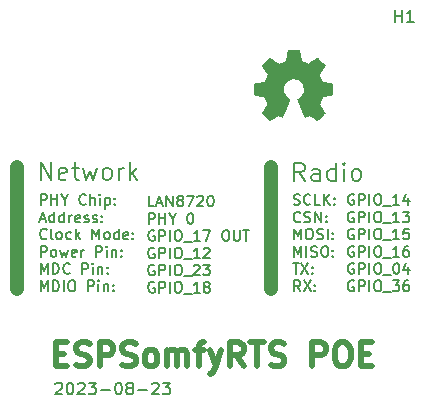
<source format=gbr>
%TF.GenerationSoftware,KiCad,Pcbnew,7.0.1-0*%
%TF.CreationDate,2023-08-23T15:05:40+02:00*%
%TF.ProjectId,ESP32SomfyPOE_bottom,45535033-3253-46f6-9d66-79504f455f62,rev?*%
%TF.SameCoordinates,Original*%
%TF.FileFunction,Legend,Top*%
%TF.FilePolarity,Positive*%
%FSLAX46Y46*%
G04 Gerber Fmt 4.6, Leading zero omitted, Abs format (unit mm)*
G04 Created by KiCad (PCBNEW 7.0.1-0) date 2023-08-23 15:05:40*
%MOMM*%
%LPD*%
G01*
G04 APERTURE LIST*
%ADD10C,1.200000*%
%ADD11C,0.200000*%
%ADD12C,0.150000*%
%ADD13C,0.500000*%
%ADD14C,0.010000*%
G04 APERTURE END LIST*
D10*
X108204000Y-85693250D02*
X108204000Y-75342750D01*
X86741000Y-85693250D02*
X86741000Y-75342750D01*
D11*
X88749142Y-76429178D02*
X88749142Y-74929178D01*
X88749142Y-74929178D02*
X89606285Y-76429178D01*
X89606285Y-76429178D02*
X89606285Y-74929178D01*
X90892000Y-76357750D02*
X90749143Y-76429178D01*
X90749143Y-76429178D02*
X90463429Y-76429178D01*
X90463429Y-76429178D02*
X90320571Y-76357750D01*
X90320571Y-76357750D02*
X90249143Y-76214892D01*
X90249143Y-76214892D02*
X90249143Y-75643464D01*
X90249143Y-75643464D02*
X90320571Y-75500607D01*
X90320571Y-75500607D02*
X90463429Y-75429178D01*
X90463429Y-75429178D02*
X90749143Y-75429178D01*
X90749143Y-75429178D02*
X90892000Y-75500607D01*
X90892000Y-75500607D02*
X90963429Y-75643464D01*
X90963429Y-75643464D02*
X90963429Y-75786321D01*
X90963429Y-75786321D02*
X90249143Y-75929178D01*
X91392000Y-75429178D02*
X91963428Y-75429178D01*
X91606285Y-74929178D02*
X91606285Y-76214892D01*
X91606285Y-76214892D02*
X91677714Y-76357750D01*
X91677714Y-76357750D02*
X91820571Y-76429178D01*
X91820571Y-76429178D02*
X91963428Y-76429178D01*
X92320571Y-75429178D02*
X92606286Y-76429178D01*
X92606286Y-76429178D02*
X92892000Y-75714892D01*
X92892000Y-75714892D02*
X93177714Y-76429178D01*
X93177714Y-76429178D02*
X93463428Y-75429178D01*
X94249143Y-76429178D02*
X94106286Y-76357750D01*
X94106286Y-76357750D02*
X94034857Y-76286321D01*
X94034857Y-76286321D02*
X93963429Y-76143464D01*
X93963429Y-76143464D02*
X93963429Y-75714892D01*
X93963429Y-75714892D02*
X94034857Y-75572035D01*
X94034857Y-75572035D02*
X94106286Y-75500607D01*
X94106286Y-75500607D02*
X94249143Y-75429178D01*
X94249143Y-75429178D02*
X94463429Y-75429178D01*
X94463429Y-75429178D02*
X94606286Y-75500607D01*
X94606286Y-75500607D02*
X94677715Y-75572035D01*
X94677715Y-75572035D02*
X94749143Y-75714892D01*
X94749143Y-75714892D02*
X94749143Y-76143464D01*
X94749143Y-76143464D02*
X94677715Y-76286321D01*
X94677715Y-76286321D02*
X94606286Y-76357750D01*
X94606286Y-76357750D02*
X94463429Y-76429178D01*
X94463429Y-76429178D02*
X94249143Y-76429178D01*
X95392000Y-76429178D02*
X95392000Y-75429178D01*
X95392000Y-75714892D02*
X95463429Y-75572035D01*
X95463429Y-75572035D02*
X95534858Y-75500607D01*
X95534858Y-75500607D02*
X95677715Y-75429178D01*
X95677715Y-75429178D02*
X95820572Y-75429178D01*
X96320571Y-76429178D02*
X96320571Y-74929178D01*
X96463429Y-75857750D02*
X96892000Y-76429178D01*
X96892000Y-75429178D02*
X96320571Y-76000607D01*
D12*
X89979476Y-93714857D02*
X90027095Y-93667238D01*
X90027095Y-93667238D02*
X90122333Y-93619619D01*
X90122333Y-93619619D02*
X90360428Y-93619619D01*
X90360428Y-93619619D02*
X90455666Y-93667238D01*
X90455666Y-93667238D02*
X90503285Y-93714857D01*
X90503285Y-93714857D02*
X90550904Y-93810095D01*
X90550904Y-93810095D02*
X90550904Y-93905333D01*
X90550904Y-93905333D02*
X90503285Y-94048190D01*
X90503285Y-94048190D02*
X89931857Y-94619619D01*
X89931857Y-94619619D02*
X90550904Y-94619619D01*
X91169952Y-93619619D02*
X91265190Y-93619619D01*
X91265190Y-93619619D02*
X91360428Y-93667238D01*
X91360428Y-93667238D02*
X91408047Y-93714857D01*
X91408047Y-93714857D02*
X91455666Y-93810095D01*
X91455666Y-93810095D02*
X91503285Y-94000571D01*
X91503285Y-94000571D02*
X91503285Y-94238666D01*
X91503285Y-94238666D02*
X91455666Y-94429142D01*
X91455666Y-94429142D02*
X91408047Y-94524380D01*
X91408047Y-94524380D02*
X91360428Y-94572000D01*
X91360428Y-94572000D02*
X91265190Y-94619619D01*
X91265190Y-94619619D02*
X91169952Y-94619619D01*
X91169952Y-94619619D02*
X91074714Y-94572000D01*
X91074714Y-94572000D02*
X91027095Y-94524380D01*
X91027095Y-94524380D02*
X90979476Y-94429142D01*
X90979476Y-94429142D02*
X90931857Y-94238666D01*
X90931857Y-94238666D02*
X90931857Y-94000571D01*
X90931857Y-94000571D02*
X90979476Y-93810095D01*
X90979476Y-93810095D02*
X91027095Y-93714857D01*
X91027095Y-93714857D02*
X91074714Y-93667238D01*
X91074714Y-93667238D02*
X91169952Y-93619619D01*
X91884238Y-93714857D02*
X91931857Y-93667238D01*
X91931857Y-93667238D02*
X92027095Y-93619619D01*
X92027095Y-93619619D02*
X92265190Y-93619619D01*
X92265190Y-93619619D02*
X92360428Y-93667238D01*
X92360428Y-93667238D02*
X92408047Y-93714857D01*
X92408047Y-93714857D02*
X92455666Y-93810095D01*
X92455666Y-93810095D02*
X92455666Y-93905333D01*
X92455666Y-93905333D02*
X92408047Y-94048190D01*
X92408047Y-94048190D02*
X91836619Y-94619619D01*
X91836619Y-94619619D02*
X92455666Y-94619619D01*
X92789000Y-93619619D02*
X93408047Y-93619619D01*
X93408047Y-93619619D02*
X93074714Y-94000571D01*
X93074714Y-94000571D02*
X93217571Y-94000571D01*
X93217571Y-94000571D02*
X93312809Y-94048190D01*
X93312809Y-94048190D02*
X93360428Y-94095809D01*
X93360428Y-94095809D02*
X93408047Y-94191047D01*
X93408047Y-94191047D02*
X93408047Y-94429142D01*
X93408047Y-94429142D02*
X93360428Y-94524380D01*
X93360428Y-94524380D02*
X93312809Y-94572000D01*
X93312809Y-94572000D02*
X93217571Y-94619619D01*
X93217571Y-94619619D02*
X92931857Y-94619619D01*
X92931857Y-94619619D02*
X92836619Y-94572000D01*
X92836619Y-94572000D02*
X92789000Y-94524380D01*
X93836619Y-94238666D02*
X94598524Y-94238666D01*
X95265190Y-93619619D02*
X95360428Y-93619619D01*
X95360428Y-93619619D02*
X95455666Y-93667238D01*
X95455666Y-93667238D02*
X95503285Y-93714857D01*
X95503285Y-93714857D02*
X95550904Y-93810095D01*
X95550904Y-93810095D02*
X95598523Y-94000571D01*
X95598523Y-94000571D02*
X95598523Y-94238666D01*
X95598523Y-94238666D02*
X95550904Y-94429142D01*
X95550904Y-94429142D02*
X95503285Y-94524380D01*
X95503285Y-94524380D02*
X95455666Y-94572000D01*
X95455666Y-94572000D02*
X95360428Y-94619619D01*
X95360428Y-94619619D02*
X95265190Y-94619619D01*
X95265190Y-94619619D02*
X95169952Y-94572000D01*
X95169952Y-94572000D02*
X95122333Y-94524380D01*
X95122333Y-94524380D02*
X95074714Y-94429142D01*
X95074714Y-94429142D02*
X95027095Y-94238666D01*
X95027095Y-94238666D02*
X95027095Y-94000571D01*
X95027095Y-94000571D02*
X95074714Y-93810095D01*
X95074714Y-93810095D02*
X95122333Y-93714857D01*
X95122333Y-93714857D02*
X95169952Y-93667238D01*
X95169952Y-93667238D02*
X95265190Y-93619619D01*
X96169952Y-94048190D02*
X96074714Y-94000571D01*
X96074714Y-94000571D02*
X96027095Y-93952952D01*
X96027095Y-93952952D02*
X95979476Y-93857714D01*
X95979476Y-93857714D02*
X95979476Y-93810095D01*
X95979476Y-93810095D02*
X96027095Y-93714857D01*
X96027095Y-93714857D02*
X96074714Y-93667238D01*
X96074714Y-93667238D02*
X96169952Y-93619619D01*
X96169952Y-93619619D02*
X96360428Y-93619619D01*
X96360428Y-93619619D02*
X96455666Y-93667238D01*
X96455666Y-93667238D02*
X96503285Y-93714857D01*
X96503285Y-93714857D02*
X96550904Y-93810095D01*
X96550904Y-93810095D02*
X96550904Y-93857714D01*
X96550904Y-93857714D02*
X96503285Y-93952952D01*
X96503285Y-93952952D02*
X96455666Y-94000571D01*
X96455666Y-94000571D02*
X96360428Y-94048190D01*
X96360428Y-94048190D02*
X96169952Y-94048190D01*
X96169952Y-94048190D02*
X96074714Y-94095809D01*
X96074714Y-94095809D02*
X96027095Y-94143428D01*
X96027095Y-94143428D02*
X95979476Y-94238666D01*
X95979476Y-94238666D02*
X95979476Y-94429142D01*
X95979476Y-94429142D02*
X96027095Y-94524380D01*
X96027095Y-94524380D02*
X96074714Y-94572000D01*
X96074714Y-94572000D02*
X96169952Y-94619619D01*
X96169952Y-94619619D02*
X96360428Y-94619619D01*
X96360428Y-94619619D02*
X96455666Y-94572000D01*
X96455666Y-94572000D02*
X96503285Y-94524380D01*
X96503285Y-94524380D02*
X96550904Y-94429142D01*
X96550904Y-94429142D02*
X96550904Y-94238666D01*
X96550904Y-94238666D02*
X96503285Y-94143428D01*
X96503285Y-94143428D02*
X96455666Y-94095809D01*
X96455666Y-94095809D02*
X96360428Y-94048190D01*
X96979476Y-94238666D02*
X97741381Y-94238666D01*
X98169952Y-93714857D02*
X98217571Y-93667238D01*
X98217571Y-93667238D02*
X98312809Y-93619619D01*
X98312809Y-93619619D02*
X98550904Y-93619619D01*
X98550904Y-93619619D02*
X98646142Y-93667238D01*
X98646142Y-93667238D02*
X98693761Y-93714857D01*
X98693761Y-93714857D02*
X98741380Y-93810095D01*
X98741380Y-93810095D02*
X98741380Y-93905333D01*
X98741380Y-93905333D02*
X98693761Y-94048190D01*
X98693761Y-94048190D02*
X98122333Y-94619619D01*
X98122333Y-94619619D02*
X98741380Y-94619619D01*
X99074714Y-93619619D02*
X99693761Y-93619619D01*
X99693761Y-93619619D02*
X99360428Y-94000571D01*
X99360428Y-94000571D02*
X99503285Y-94000571D01*
X99503285Y-94000571D02*
X99598523Y-94048190D01*
X99598523Y-94048190D02*
X99646142Y-94095809D01*
X99646142Y-94095809D02*
X99693761Y-94191047D01*
X99693761Y-94191047D02*
X99693761Y-94429142D01*
X99693761Y-94429142D02*
X99646142Y-94524380D01*
X99646142Y-94524380D02*
X99598523Y-94572000D01*
X99598523Y-94572000D02*
X99503285Y-94619619D01*
X99503285Y-94619619D02*
X99217571Y-94619619D01*
X99217571Y-94619619D02*
X99122333Y-94572000D01*
X99122333Y-94572000D02*
X99074714Y-94524380D01*
D11*
X98305857Y-78705857D02*
X97877285Y-78705857D01*
X97877285Y-78705857D02*
X97877285Y-77805857D01*
X98562999Y-78448714D02*
X98991571Y-78448714D01*
X98477285Y-78705857D02*
X98777285Y-77805857D01*
X98777285Y-77805857D02*
X99077285Y-78705857D01*
X99377285Y-78705857D02*
X99377285Y-77805857D01*
X99377285Y-77805857D02*
X99891571Y-78705857D01*
X99891571Y-78705857D02*
X99891571Y-77805857D01*
X100448714Y-78191571D02*
X100362999Y-78148714D01*
X100362999Y-78148714D02*
X100320142Y-78105857D01*
X100320142Y-78105857D02*
X100277285Y-78020142D01*
X100277285Y-78020142D02*
X100277285Y-77977285D01*
X100277285Y-77977285D02*
X100320142Y-77891571D01*
X100320142Y-77891571D02*
X100362999Y-77848714D01*
X100362999Y-77848714D02*
X100448714Y-77805857D01*
X100448714Y-77805857D02*
X100620142Y-77805857D01*
X100620142Y-77805857D02*
X100705857Y-77848714D01*
X100705857Y-77848714D02*
X100748714Y-77891571D01*
X100748714Y-77891571D02*
X100791571Y-77977285D01*
X100791571Y-77977285D02*
X100791571Y-78020142D01*
X100791571Y-78020142D02*
X100748714Y-78105857D01*
X100748714Y-78105857D02*
X100705857Y-78148714D01*
X100705857Y-78148714D02*
X100620142Y-78191571D01*
X100620142Y-78191571D02*
X100448714Y-78191571D01*
X100448714Y-78191571D02*
X100362999Y-78234428D01*
X100362999Y-78234428D02*
X100320142Y-78277285D01*
X100320142Y-78277285D02*
X100277285Y-78363000D01*
X100277285Y-78363000D02*
X100277285Y-78534428D01*
X100277285Y-78534428D02*
X100320142Y-78620142D01*
X100320142Y-78620142D02*
X100362999Y-78663000D01*
X100362999Y-78663000D02*
X100448714Y-78705857D01*
X100448714Y-78705857D02*
X100620142Y-78705857D01*
X100620142Y-78705857D02*
X100705857Y-78663000D01*
X100705857Y-78663000D02*
X100748714Y-78620142D01*
X100748714Y-78620142D02*
X100791571Y-78534428D01*
X100791571Y-78534428D02*
X100791571Y-78363000D01*
X100791571Y-78363000D02*
X100748714Y-78277285D01*
X100748714Y-78277285D02*
X100705857Y-78234428D01*
X100705857Y-78234428D02*
X100620142Y-78191571D01*
X101091571Y-77805857D02*
X101691571Y-77805857D01*
X101691571Y-77805857D02*
X101305857Y-78705857D01*
X101991571Y-77891571D02*
X102034428Y-77848714D01*
X102034428Y-77848714D02*
X102120143Y-77805857D01*
X102120143Y-77805857D02*
X102334428Y-77805857D01*
X102334428Y-77805857D02*
X102420143Y-77848714D01*
X102420143Y-77848714D02*
X102463000Y-77891571D01*
X102463000Y-77891571D02*
X102505857Y-77977285D01*
X102505857Y-77977285D02*
X102505857Y-78063000D01*
X102505857Y-78063000D02*
X102463000Y-78191571D01*
X102463000Y-78191571D02*
X101948714Y-78705857D01*
X101948714Y-78705857D02*
X102505857Y-78705857D01*
X103063000Y-77805857D02*
X103148714Y-77805857D01*
X103148714Y-77805857D02*
X103234428Y-77848714D01*
X103234428Y-77848714D02*
X103277286Y-77891571D01*
X103277286Y-77891571D02*
X103320143Y-77977285D01*
X103320143Y-77977285D02*
X103363000Y-78148714D01*
X103363000Y-78148714D02*
X103363000Y-78363000D01*
X103363000Y-78363000D02*
X103320143Y-78534428D01*
X103320143Y-78534428D02*
X103277286Y-78620142D01*
X103277286Y-78620142D02*
X103234428Y-78663000D01*
X103234428Y-78663000D02*
X103148714Y-78705857D01*
X103148714Y-78705857D02*
X103063000Y-78705857D01*
X103063000Y-78705857D02*
X102977286Y-78663000D01*
X102977286Y-78663000D02*
X102934428Y-78620142D01*
X102934428Y-78620142D02*
X102891571Y-78534428D01*
X102891571Y-78534428D02*
X102848714Y-78363000D01*
X102848714Y-78363000D02*
X102848714Y-78148714D01*
X102848714Y-78148714D02*
X102891571Y-77977285D01*
X102891571Y-77977285D02*
X102934428Y-77891571D01*
X102934428Y-77891571D02*
X102977286Y-77848714D01*
X102977286Y-77848714D02*
X103063000Y-77805857D01*
X97877285Y-80163857D02*
X97877285Y-79263857D01*
X97877285Y-79263857D02*
X98220142Y-79263857D01*
X98220142Y-79263857D02*
X98305857Y-79306714D01*
X98305857Y-79306714D02*
X98348714Y-79349571D01*
X98348714Y-79349571D02*
X98391571Y-79435285D01*
X98391571Y-79435285D02*
X98391571Y-79563857D01*
X98391571Y-79563857D02*
X98348714Y-79649571D01*
X98348714Y-79649571D02*
X98305857Y-79692428D01*
X98305857Y-79692428D02*
X98220142Y-79735285D01*
X98220142Y-79735285D02*
X97877285Y-79735285D01*
X98777285Y-80163857D02*
X98777285Y-79263857D01*
X98777285Y-79692428D02*
X99291571Y-79692428D01*
X99291571Y-80163857D02*
X99291571Y-79263857D01*
X99891571Y-79735285D02*
X99891571Y-80163857D01*
X99591571Y-79263857D02*
X99891571Y-79735285D01*
X99891571Y-79735285D02*
X100191571Y-79263857D01*
X101348714Y-79263857D02*
X101434428Y-79263857D01*
X101434428Y-79263857D02*
X101520142Y-79306714D01*
X101520142Y-79306714D02*
X101563000Y-79349571D01*
X101563000Y-79349571D02*
X101605857Y-79435285D01*
X101605857Y-79435285D02*
X101648714Y-79606714D01*
X101648714Y-79606714D02*
X101648714Y-79821000D01*
X101648714Y-79821000D02*
X101605857Y-79992428D01*
X101605857Y-79992428D02*
X101563000Y-80078142D01*
X101563000Y-80078142D02*
X101520142Y-80121000D01*
X101520142Y-80121000D02*
X101434428Y-80163857D01*
X101434428Y-80163857D02*
X101348714Y-80163857D01*
X101348714Y-80163857D02*
X101263000Y-80121000D01*
X101263000Y-80121000D02*
X101220142Y-80078142D01*
X101220142Y-80078142D02*
X101177285Y-79992428D01*
X101177285Y-79992428D02*
X101134428Y-79821000D01*
X101134428Y-79821000D02*
X101134428Y-79606714D01*
X101134428Y-79606714D02*
X101177285Y-79435285D01*
X101177285Y-79435285D02*
X101220142Y-79349571D01*
X101220142Y-79349571D02*
X101263000Y-79306714D01*
X101263000Y-79306714D02*
X101348714Y-79263857D01*
X98348714Y-80764714D02*
X98263000Y-80721857D01*
X98263000Y-80721857D02*
X98134428Y-80721857D01*
X98134428Y-80721857D02*
X98005857Y-80764714D01*
X98005857Y-80764714D02*
X97920142Y-80850428D01*
X97920142Y-80850428D02*
X97877285Y-80936142D01*
X97877285Y-80936142D02*
X97834428Y-81107571D01*
X97834428Y-81107571D02*
X97834428Y-81236142D01*
X97834428Y-81236142D02*
X97877285Y-81407571D01*
X97877285Y-81407571D02*
X97920142Y-81493285D01*
X97920142Y-81493285D02*
X98005857Y-81579000D01*
X98005857Y-81579000D02*
X98134428Y-81621857D01*
X98134428Y-81621857D02*
X98220142Y-81621857D01*
X98220142Y-81621857D02*
X98348714Y-81579000D01*
X98348714Y-81579000D02*
X98391571Y-81536142D01*
X98391571Y-81536142D02*
X98391571Y-81236142D01*
X98391571Y-81236142D02*
X98220142Y-81236142D01*
X98777285Y-81621857D02*
X98777285Y-80721857D01*
X98777285Y-80721857D02*
X99120142Y-80721857D01*
X99120142Y-80721857D02*
X99205857Y-80764714D01*
X99205857Y-80764714D02*
X99248714Y-80807571D01*
X99248714Y-80807571D02*
X99291571Y-80893285D01*
X99291571Y-80893285D02*
X99291571Y-81021857D01*
X99291571Y-81021857D02*
X99248714Y-81107571D01*
X99248714Y-81107571D02*
X99205857Y-81150428D01*
X99205857Y-81150428D02*
X99120142Y-81193285D01*
X99120142Y-81193285D02*
X98777285Y-81193285D01*
X99677285Y-81621857D02*
X99677285Y-80721857D01*
X100277285Y-80721857D02*
X100448713Y-80721857D01*
X100448713Y-80721857D02*
X100534428Y-80764714D01*
X100534428Y-80764714D02*
X100620142Y-80850428D01*
X100620142Y-80850428D02*
X100662999Y-81021857D01*
X100662999Y-81021857D02*
X100662999Y-81321857D01*
X100662999Y-81321857D02*
X100620142Y-81493285D01*
X100620142Y-81493285D02*
X100534428Y-81579000D01*
X100534428Y-81579000D02*
X100448713Y-81621857D01*
X100448713Y-81621857D02*
X100277285Y-81621857D01*
X100277285Y-81621857D02*
X100191571Y-81579000D01*
X100191571Y-81579000D02*
X100105856Y-81493285D01*
X100105856Y-81493285D02*
X100062999Y-81321857D01*
X100062999Y-81321857D02*
X100062999Y-81021857D01*
X100062999Y-81021857D02*
X100105856Y-80850428D01*
X100105856Y-80850428D02*
X100191571Y-80764714D01*
X100191571Y-80764714D02*
X100277285Y-80721857D01*
X100834428Y-81707571D02*
X101520142Y-81707571D01*
X102205856Y-81621857D02*
X101691570Y-81621857D01*
X101948713Y-81621857D02*
X101948713Y-80721857D01*
X101948713Y-80721857D02*
X101862999Y-80850428D01*
X101862999Y-80850428D02*
X101777284Y-80936142D01*
X101777284Y-80936142D02*
X101691570Y-80979000D01*
X102505856Y-80721857D02*
X103105856Y-80721857D01*
X103105856Y-80721857D02*
X102720142Y-81621857D01*
X104305856Y-80721857D02*
X104477284Y-80721857D01*
X104477284Y-80721857D02*
X104562999Y-80764714D01*
X104562999Y-80764714D02*
X104648713Y-80850428D01*
X104648713Y-80850428D02*
X104691570Y-81021857D01*
X104691570Y-81021857D02*
X104691570Y-81321857D01*
X104691570Y-81321857D02*
X104648713Y-81493285D01*
X104648713Y-81493285D02*
X104562999Y-81579000D01*
X104562999Y-81579000D02*
X104477284Y-81621857D01*
X104477284Y-81621857D02*
X104305856Y-81621857D01*
X104305856Y-81621857D02*
X104220142Y-81579000D01*
X104220142Y-81579000D02*
X104134427Y-81493285D01*
X104134427Y-81493285D02*
X104091570Y-81321857D01*
X104091570Y-81321857D02*
X104091570Y-81021857D01*
X104091570Y-81021857D02*
X104134427Y-80850428D01*
X104134427Y-80850428D02*
X104220142Y-80764714D01*
X104220142Y-80764714D02*
X104305856Y-80721857D01*
X105077284Y-80721857D02*
X105077284Y-81450428D01*
X105077284Y-81450428D02*
X105120141Y-81536142D01*
X105120141Y-81536142D02*
X105162999Y-81579000D01*
X105162999Y-81579000D02*
X105248713Y-81621857D01*
X105248713Y-81621857D02*
X105420141Y-81621857D01*
X105420141Y-81621857D02*
X105505856Y-81579000D01*
X105505856Y-81579000D02*
X105548713Y-81536142D01*
X105548713Y-81536142D02*
X105591570Y-81450428D01*
X105591570Y-81450428D02*
X105591570Y-80721857D01*
X105891570Y-80721857D02*
X106405856Y-80721857D01*
X106148713Y-81621857D02*
X106148713Y-80721857D01*
X98348714Y-82222714D02*
X98263000Y-82179857D01*
X98263000Y-82179857D02*
X98134428Y-82179857D01*
X98134428Y-82179857D02*
X98005857Y-82222714D01*
X98005857Y-82222714D02*
X97920142Y-82308428D01*
X97920142Y-82308428D02*
X97877285Y-82394142D01*
X97877285Y-82394142D02*
X97834428Y-82565571D01*
X97834428Y-82565571D02*
X97834428Y-82694142D01*
X97834428Y-82694142D02*
X97877285Y-82865571D01*
X97877285Y-82865571D02*
X97920142Y-82951285D01*
X97920142Y-82951285D02*
X98005857Y-83037000D01*
X98005857Y-83037000D02*
X98134428Y-83079857D01*
X98134428Y-83079857D02*
X98220142Y-83079857D01*
X98220142Y-83079857D02*
X98348714Y-83037000D01*
X98348714Y-83037000D02*
X98391571Y-82994142D01*
X98391571Y-82994142D02*
X98391571Y-82694142D01*
X98391571Y-82694142D02*
X98220142Y-82694142D01*
X98777285Y-83079857D02*
X98777285Y-82179857D01*
X98777285Y-82179857D02*
X99120142Y-82179857D01*
X99120142Y-82179857D02*
X99205857Y-82222714D01*
X99205857Y-82222714D02*
X99248714Y-82265571D01*
X99248714Y-82265571D02*
X99291571Y-82351285D01*
X99291571Y-82351285D02*
X99291571Y-82479857D01*
X99291571Y-82479857D02*
X99248714Y-82565571D01*
X99248714Y-82565571D02*
X99205857Y-82608428D01*
X99205857Y-82608428D02*
X99120142Y-82651285D01*
X99120142Y-82651285D02*
X98777285Y-82651285D01*
X99677285Y-83079857D02*
X99677285Y-82179857D01*
X100277285Y-82179857D02*
X100448713Y-82179857D01*
X100448713Y-82179857D02*
X100534428Y-82222714D01*
X100534428Y-82222714D02*
X100620142Y-82308428D01*
X100620142Y-82308428D02*
X100662999Y-82479857D01*
X100662999Y-82479857D02*
X100662999Y-82779857D01*
X100662999Y-82779857D02*
X100620142Y-82951285D01*
X100620142Y-82951285D02*
X100534428Y-83037000D01*
X100534428Y-83037000D02*
X100448713Y-83079857D01*
X100448713Y-83079857D02*
X100277285Y-83079857D01*
X100277285Y-83079857D02*
X100191571Y-83037000D01*
X100191571Y-83037000D02*
X100105856Y-82951285D01*
X100105856Y-82951285D02*
X100062999Y-82779857D01*
X100062999Y-82779857D02*
X100062999Y-82479857D01*
X100062999Y-82479857D02*
X100105856Y-82308428D01*
X100105856Y-82308428D02*
X100191571Y-82222714D01*
X100191571Y-82222714D02*
X100277285Y-82179857D01*
X100834428Y-83165571D02*
X101520142Y-83165571D01*
X102205856Y-83079857D02*
X101691570Y-83079857D01*
X101948713Y-83079857D02*
X101948713Y-82179857D01*
X101948713Y-82179857D02*
X101862999Y-82308428D01*
X101862999Y-82308428D02*
X101777284Y-82394142D01*
X101777284Y-82394142D02*
X101691570Y-82437000D01*
X102548713Y-82265571D02*
X102591570Y-82222714D01*
X102591570Y-82222714D02*
X102677285Y-82179857D01*
X102677285Y-82179857D02*
X102891570Y-82179857D01*
X102891570Y-82179857D02*
X102977285Y-82222714D01*
X102977285Y-82222714D02*
X103020142Y-82265571D01*
X103020142Y-82265571D02*
X103062999Y-82351285D01*
X103062999Y-82351285D02*
X103062999Y-82437000D01*
X103062999Y-82437000D02*
X103020142Y-82565571D01*
X103020142Y-82565571D02*
X102505856Y-83079857D01*
X102505856Y-83079857D02*
X103062999Y-83079857D01*
X98348714Y-83680714D02*
X98263000Y-83637857D01*
X98263000Y-83637857D02*
X98134428Y-83637857D01*
X98134428Y-83637857D02*
X98005857Y-83680714D01*
X98005857Y-83680714D02*
X97920142Y-83766428D01*
X97920142Y-83766428D02*
X97877285Y-83852142D01*
X97877285Y-83852142D02*
X97834428Y-84023571D01*
X97834428Y-84023571D02*
X97834428Y-84152142D01*
X97834428Y-84152142D02*
X97877285Y-84323571D01*
X97877285Y-84323571D02*
X97920142Y-84409285D01*
X97920142Y-84409285D02*
X98005857Y-84495000D01*
X98005857Y-84495000D02*
X98134428Y-84537857D01*
X98134428Y-84537857D02*
X98220142Y-84537857D01*
X98220142Y-84537857D02*
X98348714Y-84495000D01*
X98348714Y-84495000D02*
X98391571Y-84452142D01*
X98391571Y-84452142D02*
X98391571Y-84152142D01*
X98391571Y-84152142D02*
X98220142Y-84152142D01*
X98777285Y-84537857D02*
X98777285Y-83637857D01*
X98777285Y-83637857D02*
X99120142Y-83637857D01*
X99120142Y-83637857D02*
X99205857Y-83680714D01*
X99205857Y-83680714D02*
X99248714Y-83723571D01*
X99248714Y-83723571D02*
X99291571Y-83809285D01*
X99291571Y-83809285D02*
X99291571Y-83937857D01*
X99291571Y-83937857D02*
X99248714Y-84023571D01*
X99248714Y-84023571D02*
X99205857Y-84066428D01*
X99205857Y-84066428D02*
X99120142Y-84109285D01*
X99120142Y-84109285D02*
X98777285Y-84109285D01*
X99677285Y-84537857D02*
X99677285Y-83637857D01*
X100277285Y-83637857D02*
X100448713Y-83637857D01*
X100448713Y-83637857D02*
X100534428Y-83680714D01*
X100534428Y-83680714D02*
X100620142Y-83766428D01*
X100620142Y-83766428D02*
X100662999Y-83937857D01*
X100662999Y-83937857D02*
X100662999Y-84237857D01*
X100662999Y-84237857D02*
X100620142Y-84409285D01*
X100620142Y-84409285D02*
X100534428Y-84495000D01*
X100534428Y-84495000D02*
X100448713Y-84537857D01*
X100448713Y-84537857D02*
X100277285Y-84537857D01*
X100277285Y-84537857D02*
X100191571Y-84495000D01*
X100191571Y-84495000D02*
X100105856Y-84409285D01*
X100105856Y-84409285D02*
X100062999Y-84237857D01*
X100062999Y-84237857D02*
X100062999Y-83937857D01*
X100062999Y-83937857D02*
X100105856Y-83766428D01*
X100105856Y-83766428D02*
X100191571Y-83680714D01*
X100191571Y-83680714D02*
X100277285Y-83637857D01*
X100834428Y-84623571D02*
X101520142Y-84623571D01*
X101691570Y-83723571D02*
X101734427Y-83680714D01*
X101734427Y-83680714D02*
X101820142Y-83637857D01*
X101820142Y-83637857D02*
X102034427Y-83637857D01*
X102034427Y-83637857D02*
X102120142Y-83680714D01*
X102120142Y-83680714D02*
X102162999Y-83723571D01*
X102162999Y-83723571D02*
X102205856Y-83809285D01*
X102205856Y-83809285D02*
X102205856Y-83895000D01*
X102205856Y-83895000D02*
X102162999Y-84023571D01*
X102162999Y-84023571D02*
X101648713Y-84537857D01*
X101648713Y-84537857D02*
X102205856Y-84537857D01*
X102505856Y-83637857D02*
X103062999Y-83637857D01*
X103062999Y-83637857D02*
X102762999Y-83980714D01*
X102762999Y-83980714D02*
X102891570Y-83980714D01*
X102891570Y-83980714D02*
X102977285Y-84023571D01*
X102977285Y-84023571D02*
X103020142Y-84066428D01*
X103020142Y-84066428D02*
X103062999Y-84152142D01*
X103062999Y-84152142D02*
X103062999Y-84366428D01*
X103062999Y-84366428D02*
X103020142Y-84452142D01*
X103020142Y-84452142D02*
X102977285Y-84495000D01*
X102977285Y-84495000D02*
X102891570Y-84537857D01*
X102891570Y-84537857D02*
X102634427Y-84537857D01*
X102634427Y-84537857D02*
X102548713Y-84495000D01*
X102548713Y-84495000D02*
X102505856Y-84452142D01*
X98348714Y-85138714D02*
X98263000Y-85095857D01*
X98263000Y-85095857D02*
X98134428Y-85095857D01*
X98134428Y-85095857D02*
X98005857Y-85138714D01*
X98005857Y-85138714D02*
X97920142Y-85224428D01*
X97920142Y-85224428D02*
X97877285Y-85310142D01*
X97877285Y-85310142D02*
X97834428Y-85481571D01*
X97834428Y-85481571D02*
X97834428Y-85610142D01*
X97834428Y-85610142D02*
X97877285Y-85781571D01*
X97877285Y-85781571D02*
X97920142Y-85867285D01*
X97920142Y-85867285D02*
X98005857Y-85953000D01*
X98005857Y-85953000D02*
X98134428Y-85995857D01*
X98134428Y-85995857D02*
X98220142Y-85995857D01*
X98220142Y-85995857D02*
X98348714Y-85953000D01*
X98348714Y-85953000D02*
X98391571Y-85910142D01*
X98391571Y-85910142D02*
X98391571Y-85610142D01*
X98391571Y-85610142D02*
X98220142Y-85610142D01*
X98777285Y-85995857D02*
X98777285Y-85095857D01*
X98777285Y-85095857D02*
X99120142Y-85095857D01*
X99120142Y-85095857D02*
X99205857Y-85138714D01*
X99205857Y-85138714D02*
X99248714Y-85181571D01*
X99248714Y-85181571D02*
X99291571Y-85267285D01*
X99291571Y-85267285D02*
X99291571Y-85395857D01*
X99291571Y-85395857D02*
X99248714Y-85481571D01*
X99248714Y-85481571D02*
X99205857Y-85524428D01*
X99205857Y-85524428D02*
X99120142Y-85567285D01*
X99120142Y-85567285D02*
X98777285Y-85567285D01*
X99677285Y-85995857D02*
X99677285Y-85095857D01*
X100277285Y-85095857D02*
X100448713Y-85095857D01*
X100448713Y-85095857D02*
X100534428Y-85138714D01*
X100534428Y-85138714D02*
X100620142Y-85224428D01*
X100620142Y-85224428D02*
X100662999Y-85395857D01*
X100662999Y-85395857D02*
X100662999Y-85695857D01*
X100662999Y-85695857D02*
X100620142Y-85867285D01*
X100620142Y-85867285D02*
X100534428Y-85953000D01*
X100534428Y-85953000D02*
X100448713Y-85995857D01*
X100448713Y-85995857D02*
X100277285Y-85995857D01*
X100277285Y-85995857D02*
X100191571Y-85953000D01*
X100191571Y-85953000D02*
X100105856Y-85867285D01*
X100105856Y-85867285D02*
X100062999Y-85695857D01*
X100062999Y-85695857D02*
X100062999Y-85395857D01*
X100062999Y-85395857D02*
X100105856Y-85224428D01*
X100105856Y-85224428D02*
X100191571Y-85138714D01*
X100191571Y-85138714D02*
X100277285Y-85095857D01*
X100834428Y-86081571D02*
X101520142Y-86081571D01*
X102205856Y-85995857D02*
X101691570Y-85995857D01*
X101948713Y-85995857D02*
X101948713Y-85095857D01*
X101948713Y-85095857D02*
X101862999Y-85224428D01*
X101862999Y-85224428D02*
X101777284Y-85310142D01*
X101777284Y-85310142D02*
X101691570Y-85353000D01*
X102720142Y-85481571D02*
X102634427Y-85438714D01*
X102634427Y-85438714D02*
X102591570Y-85395857D01*
X102591570Y-85395857D02*
X102548713Y-85310142D01*
X102548713Y-85310142D02*
X102548713Y-85267285D01*
X102548713Y-85267285D02*
X102591570Y-85181571D01*
X102591570Y-85181571D02*
X102634427Y-85138714D01*
X102634427Y-85138714D02*
X102720142Y-85095857D01*
X102720142Y-85095857D02*
X102891570Y-85095857D01*
X102891570Y-85095857D02*
X102977285Y-85138714D01*
X102977285Y-85138714D02*
X103020142Y-85181571D01*
X103020142Y-85181571D02*
X103062999Y-85267285D01*
X103062999Y-85267285D02*
X103062999Y-85310142D01*
X103062999Y-85310142D02*
X103020142Y-85395857D01*
X103020142Y-85395857D02*
X102977285Y-85438714D01*
X102977285Y-85438714D02*
X102891570Y-85481571D01*
X102891570Y-85481571D02*
X102720142Y-85481571D01*
X102720142Y-85481571D02*
X102634427Y-85524428D01*
X102634427Y-85524428D02*
X102591570Y-85567285D01*
X102591570Y-85567285D02*
X102548713Y-85653000D01*
X102548713Y-85653000D02*
X102548713Y-85824428D01*
X102548713Y-85824428D02*
X102591570Y-85910142D01*
X102591570Y-85910142D02*
X102634427Y-85953000D01*
X102634427Y-85953000D02*
X102720142Y-85995857D01*
X102720142Y-85995857D02*
X102891570Y-85995857D01*
X102891570Y-85995857D02*
X102977285Y-85953000D01*
X102977285Y-85953000D02*
X103020142Y-85910142D01*
X103020142Y-85910142D02*
X103062999Y-85824428D01*
X103062999Y-85824428D02*
X103062999Y-85653000D01*
X103062999Y-85653000D02*
X103020142Y-85567285D01*
X103020142Y-85567285D02*
X102977285Y-85524428D01*
X102977285Y-85524428D02*
X102891570Y-85481571D01*
X111069285Y-76524428D02*
X110569285Y-75810142D01*
X110212142Y-76524428D02*
X110212142Y-75024428D01*
X110212142Y-75024428D02*
X110783571Y-75024428D01*
X110783571Y-75024428D02*
X110926428Y-75095857D01*
X110926428Y-75095857D02*
X110997857Y-75167285D01*
X110997857Y-75167285D02*
X111069285Y-75310142D01*
X111069285Y-75310142D02*
X111069285Y-75524428D01*
X111069285Y-75524428D02*
X110997857Y-75667285D01*
X110997857Y-75667285D02*
X110926428Y-75738714D01*
X110926428Y-75738714D02*
X110783571Y-75810142D01*
X110783571Y-75810142D02*
X110212142Y-75810142D01*
X112355000Y-76524428D02*
X112355000Y-75738714D01*
X112355000Y-75738714D02*
X112283571Y-75595857D01*
X112283571Y-75595857D02*
X112140714Y-75524428D01*
X112140714Y-75524428D02*
X111855000Y-75524428D01*
X111855000Y-75524428D02*
X111712142Y-75595857D01*
X112355000Y-76453000D02*
X112212142Y-76524428D01*
X112212142Y-76524428D02*
X111855000Y-76524428D01*
X111855000Y-76524428D02*
X111712142Y-76453000D01*
X111712142Y-76453000D02*
X111640714Y-76310142D01*
X111640714Y-76310142D02*
X111640714Y-76167285D01*
X111640714Y-76167285D02*
X111712142Y-76024428D01*
X111712142Y-76024428D02*
X111855000Y-75953000D01*
X111855000Y-75953000D02*
X112212142Y-75953000D01*
X112212142Y-75953000D02*
X112355000Y-75881571D01*
X113712143Y-76524428D02*
X113712143Y-75024428D01*
X113712143Y-76453000D02*
X113569285Y-76524428D01*
X113569285Y-76524428D02*
X113283571Y-76524428D01*
X113283571Y-76524428D02*
X113140714Y-76453000D01*
X113140714Y-76453000D02*
X113069285Y-76381571D01*
X113069285Y-76381571D02*
X112997857Y-76238714D01*
X112997857Y-76238714D02*
X112997857Y-75810142D01*
X112997857Y-75810142D02*
X113069285Y-75667285D01*
X113069285Y-75667285D02*
X113140714Y-75595857D01*
X113140714Y-75595857D02*
X113283571Y-75524428D01*
X113283571Y-75524428D02*
X113569285Y-75524428D01*
X113569285Y-75524428D02*
X113712143Y-75595857D01*
X114426428Y-76524428D02*
X114426428Y-75524428D01*
X114426428Y-75024428D02*
X114355000Y-75095857D01*
X114355000Y-75095857D02*
X114426428Y-75167285D01*
X114426428Y-75167285D02*
X114497857Y-75095857D01*
X114497857Y-75095857D02*
X114426428Y-75024428D01*
X114426428Y-75024428D02*
X114426428Y-75167285D01*
X115355000Y-76524428D02*
X115212143Y-76453000D01*
X115212143Y-76453000D02*
X115140714Y-76381571D01*
X115140714Y-76381571D02*
X115069286Y-76238714D01*
X115069286Y-76238714D02*
X115069286Y-75810142D01*
X115069286Y-75810142D02*
X115140714Y-75667285D01*
X115140714Y-75667285D02*
X115212143Y-75595857D01*
X115212143Y-75595857D02*
X115355000Y-75524428D01*
X115355000Y-75524428D02*
X115569286Y-75524428D01*
X115569286Y-75524428D02*
X115712143Y-75595857D01*
X115712143Y-75595857D02*
X115783572Y-75667285D01*
X115783572Y-75667285D02*
X115855000Y-75810142D01*
X115855000Y-75810142D02*
X115855000Y-76238714D01*
X115855000Y-76238714D02*
X115783572Y-76381571D01*
X115783572Y-76381571D02*
X115712143Y-76453000D01*
X115712143Y-76453000D02*
X115569286Y-76524428D01*
X115569286Y-76524428D02*
X115355000Y-76524428D01*
X115239714Y-77721714D02*
X115154000Y-77678857D01*
X115154000Y-77678857D02*
X115025428Y-77678857D01*
X115025428Y-77678857D02*
X114896857Y-77721714D01*
X114896857Y-77721714D02*
X114811142Y-77807428D01*
X114811142Y-77807428D02*
X114768285Y-77893142D01*
X114768285Y-77893142D02*
X114725428Y-78064571D01*
X114725428Y-78064571D02*
X114725428Y-78193142D01*
X114725428Y-78193142D02*
X114768285Y-78364571D01*
X114768285Y-78364571D02*
X114811142Y-78450285D01*
X114811142Y-78450285D02*
X114896857Y-78536000D01*
X114896857Y-78536000D02*
X115025428Y-78578857D01*
X115025428Y-78578857D02*
X115111142Y-78578857D01*
X115111142Y-78578857D02*
X115239714Y-78536000D01*
X115239714Y-78536000D02*
X115282571Y-78493142D01*
X115282571Y-78493142D02*
X115282571Y-78193142D01*
X115282571Y-78193142D02*
X115111142Y-78193142D01*
X115668285Y-78578857D02*
X115668285Y-77678857D01*
X115668285Y-77678857D02*
X116011142Y-77678857D01*
X116011142Y-77678857D02*
X116096857Y-77721714D01*
X116096857Y-77721714D02*
X116139714Y-77764571D01*
X116139714Y-77764571D02*
X116182571Y-77850285D01*
X116182571Y-77850285D02*
X116182571Y-77978857D01*
X116182571Y-77978857D02*
X116139714Y-78064571D01*
X116139714Y-78064571D02*
X116096857Y-78107428D01*
X116096857Y-78107428D02*
X116011142Y-78150285D01*
X116011142Y-78150285D02*
X115668285Y-78150285D01*
X116568285Y-78578857D02*
X116568285Y-77678857D01*
X117168285Y-77678857D02*
X117339713Y-77678857D01*
X117339713Y-77678857D02*
X117425428Y-77721714D01*
X117425428Y-77721714D02*
X117511142Y-77807428D01*
X117511142Y-77807428D02*
X117553999Y-77978857D01*
X117553999Y-77978857D02*
X117553999Y-78278857D01*
X117553999Y-78278857D02*
X117511142Y-78450285D01*
X117511142Y-78450285D02*
X117425428Y-78536000D01*
X117425428Y-78536000D02*
X117339713Y-78578857D01*
X117339713Y-78578857D02*
X117168285Y-78578857D01*
X117168285Y-78578857D02*
X117082571Y-78536000D01*
X117082571Y-78536000D02*
X116996856Y-78450285D01*
X116996856Y-78450285D02*
X116953999Y-78278857D01*
X116953999Y-78278857D02*
X116953999Y-77978857D01*
X116953999Y-77978857D02*
X116996856Y-77807428D01*
X116996856Y-77807428D02*
X117082571Y-77721714D01*
X117082571Y-77721714D02*
X117168285Y-77678857D01*
X117725428Y-78664571D02*
X118411142Y-78664571D01*
X119096856Y-78578857D02*
X118582570Y-78578857D01*
X118839713Y-78578857D02*
X118839713Y-77678857D01*
X118839713Y-77678857D02*
X118753999Y-77807428D01*
X118753999Y-77807428D02*
X118668284Y-77893142D01*
X118668284Y-77893142D02*
X118582570Y-77936000D01*
X119868285Y-77978857D02*
X119868285Y-78578857D01*
X119653999Y-77636000D02*
X119439713Y-78278857D01*
X119439713Y-78278857D02*
X119996856Y-78278857D01*
X115239714Y-79179714D02*
X115154000Y-79136857D01*
X115154000Y-79136857D02*
X115025428Y-79136857D01*
X115025428Y-79136857D02*
X114896857Y-79179714D01*
X114896857Y-79179714D02*
X114811142Y-79265428D01*
X114811142Y-79265428D02*
X114768285Y-79351142D01*
X114768285Y-79351142D02*
X114725428Y-79522571D01*
X114725428Y-79522571D02*
X114725428Y-79651142D01*
X114725428Y-79651142D02*
X114768285Y-79822571D01*
X114768285Y-79822571D02*
X114811142Y-79908285D01*
X114811142Y-79908285D02*
X114896857Y-79994000D01*
X114896857Y-79994000D02*
X115025428Y-80036857D01*
X115025428Y-80036857D02*
X115111142Y-80036857D01*
X115111142Y-80036857D02*
X115239714Y-79994000D01*
X115239714Y-79994000D02*
X115282571Y-79951142D01*
X115282571Y-79951142D02*
X115282571Y-79651142D01*
X115282571Y-79651142D02*
X115111142Y-79651142D01*
X115668285Y-80036857D02*
X115668285Y-79136857D01*
X115668285Y-79136857D02*
X116011142Y-79136857D01*
X116011142Y-79136857D02*
X116096857Y-79179714D01*
X116096857Y-79179714D02*
X116139714Y-79222571D01*
X116139714Y-79222571D02*
X116182571Y-79308285D01*
X116182571Y-79308285D02*
X116182571Y-79436857D01*
X116182571Y-79436857D02*
X116139714Y-79522571D01*
X116139714Y-79522571D02*
X116096857Y-79565428D01*
X116096857Y-79565428D02*
X116011142Y-79608285D01*
X116011142Y-79608285D02*
X115668285Y-79608285D01*
X116568285Y-80036857D02*
X116568285Y-79136857D01*
X117168285Y-79136857D02*
X117339713Y-79136857D01*
X117339713Y-79136857D02*
X117425428Y-79179714D01*
X117425428Y-79179714D02*
X117511142Y-79265428D01*
X117511142Y-79265428D02*
X117553999Y-79436857D01*
X117553999Y-79436857D02*
X117553999Y-79736857D01*
X117553999Y-79736857D02*
X117511142Y-79908285D01*
X117511142Y-79908285D02*
X117425428Y-79994000D01*
X117425428Y-79994000D02*
X117339713Y-80036857D01*
X117339713Y-80036857D02*
X117168285Y-80036857D01*
X117168285Y-80036857D02*
X117082571Y-79994000D01*
X117082571Y-79994000D02*
X116996856Y-79908285D01*
X116996856Y-79908285D02*
X116953999Y-79736857D01*
X116953999Y-79736857D02*
X116953999Y-79436857D01*
X116953999Y-79436857D02*
X116996856Y-79265428D01*
X116996856Y-79265428D02*
X117082571Y-79179714D01*
X117082571Y-79179714D02*
X117168285Y-79136857D01*
X117725428Y-80122571D02*
X118411142Y-80122571D01*
X119096856Y-80036857D02*
X118582570Y-80036857D01*
X118839713Y-80036857D02*
X118839713Y-79136857D01*
X118839713Y-79136857D02*
X118753999Y-79265428D01*
X118753999Y-79265428D02*
X118668284Y-79351142D01*
X118668284Y-79351142D02*
X118582570Y-79394000D01*
X119396856Y-79136857D02*
X119953999Y-79136857D01*
X119953999Y-79136857D02*
X119653999Y-79479714D01*
X119653999Y-79479714D02*
X119782570Y-79479714D01*
X119782570Y-79479714D02*
X119868285Y-79522571D01*
X119868285Y-79522571D02*
X119911142Y-79565428D01*
X119911142Y-79565428D02*
X119953999Y-79651142D01*
X119953999Y-79651142D02*
X119953999Y-79865428D01*
X119953999Y-79865428D02*
X119911142Y-79951142D01*
X119911142Y-79951142D02*
X119868285Y-79994000D01*
X119868285Y-79994000D02*
X119782570Y-80036857D01*
X119782570Y-80036857D02*
X119525427Y-80036857D01*
X119525427Y-80036857D02*
X119439713Y-79994000D01*
X119439713Y-79994000D02*
X119396856Y-79951142D01*
X115239714Y-80637714D02*
X115154000Y-80594857D01*
X115154000Y-80594857D02*
X115025428Y-80594857D01*
X115025428Y-80594857D02*
X114896857Y-80637714D01*
X114896857Y-80637714D02*
X114811142Y-80723428D01*
X114811142Y-80723428D02*
X114768285Y-80809142D01*
X114768285Y-80809142D02*
X114725428Y-80980571D01*
X114725428Y-80980571D02*
X114725428Y-81109142D01*
X114725428Y-81109142D02*
X114768285Y-81280571D01*
X114768285Y-81280571D02*
X114811142Y-81366285D01*
X114811142Y-81366285D02*
X114896857Y-81452000D01*
X114896857Y-81452000D02*
X115025428Y-81494857D01*
X115025428Y-81494857D02*
X115111142Y-81494857D01*
X115111142Y-81494857D02*
X115239714Y-81452000D01*
X115239714Y-81452000D02*
X115282571Y-81409142D01*
X115282571Y-81409142D02*
X115282571Y-81109142D01*
X115282571Y-81109142D02*
X115111142Y-81109142D01*
X115668285Y-81494857D02*
X115668285Y-80594857D01*
X115668285Y-80594857D02*
X116011142Y-80594857D01*
X116011142Y-80594857D02*
X116096857Y-80637714D01*
X116096857Y-80637714D02*
X116139714Y-80680571D01*
X116139714Y-80680571D02*
X116182571Y-80766285D01*
X116182571Y-80766285D02*
X116182571Y-80894857D01*
X116182571Y-80894857D02*
X116139714Y-80980571D01*
X116139714Y-80980571D02*
X116096857Y-81023428D01*
X116096857Y-81023428D02*
X116011142Y-81066285D01*
X116011142Y-81066285D02*
X115668285Y-81066285D01*
X116568285Y-81494857D02*
X116568285Y-80594857D01*
X117168285Y-80594857D02*
X117339713Y-80594857D01*
X117339713Y-80594857D02*
X117425428Y-80637714D01*
X117425428Y-80637714D02*
X117511142Y-80723428D01*
X117511142Y-80723428D02*
X117553999Y-80894857D01*
X117553999Y-80894857D02*
X117553999Y-81194857D01*
X117553999Y-81194857D02*
X117511142Y-81366285D01*
X117511142Y-81366285D02*
X117425428Y-81452000D01*
X117425428Y-81452000D02*
X117339713Y-81494857D01*
X117339713Y-81494857D02*
X117168285Y-81494857D01*
X117168285Y-81494857D02*
X117082571Y-81452000D01*
X117082571Y-81452000D02*
X116996856Y-81366285D01*
X116996856Y-81366285D02*
X116953999Y-81194857D01*
X116953999Y-81194857D02*
X116953999Y-80894857D01*
X116953999Y-80894857D02*
X116996856Y-80723428D01*
X116996856Y-80723428D02*
X117082571Y-80637714D01*
X117082571Y-80637714D02*
X117168285Y-80594857D01*
X117725428Y-81580571D02*
X118411142Y-81580571D01*
X119096856Y-81494857D02*
X118582570Y-81494857D01*
X118839713Y-81494857D02*
X118839713Y-80594857D01*
X118839713Y-80594857D02*
X118753999Y-80723428D01*
X118753999Y-80723428D02*
X118668284Y-80809142D01*
X118668284Y-80809142D02*
X118582570Y-80852000D01*
X119911142Y-80594857D02*
X119482570Y-80594857D01*
X119482570Y-80594857D02*
X119439713Y-81023428D01*
X119439713Y-81023428D02*
X119482570Y-80980571D01*
X119482570Y-80980571D02*
X119568285Y-80937714D01*
X119568285Y-80937714D02*
X119782570Y-80937714D01*
X119782570Y-80937714D02*
X119868285Y-80980571D01*
X119868285Y-80980571D02*
X119911142Y-81023428D01*
X119911142Y-81023428D02*
X119953999Y-81109142D01*
X119953999Y-81109142D02*
X119953999Y-81323428D01*
X119953999Y-81323428D02*
X119911142Y-81409142D01*
X119911142Y-81409142D02*
X119868285Y-81452000D01*
X119868285Y-81452000D02*
X119782570Y-81494857D01*
X119782570Y-81494857D02*
X119568285Y-81494857D01*
X119568285Y-81494857D02*
X119482570Y-81452000D01*
X119482570Y-81452000D02*
X119439713Y-81409142D01*
X115239714Y-82095714D02*
X115154000Y-82052857D01*
X115154000Y-82052857D02*
X115025428Y-82052857D01*
X115025428Y-82052857D02*
X114896857Y-82095714D01*
X114896857Y-82095714D02*
X114811142Y-82181428D01*
X114811142Y-82181428D02*
X114768285Y-82267142D01*
X114768285Y-82267142D02*
X114725428Y-82438571D01*
X114725428Y-82438571D02*
X114725428Y-82567142D01*
X114725428Y-82567142D02*
X114768285Y-82738571D01*
X114768285Y-82738571D02*
X114811142Y-82824285D01*
X114811142Y-82824285D02*
X114896857Y-82910000D01*
X114896857Y-82910000D02*
X115025428Y-82952857D01*
X115025428Y-82952857D02*
X115111142Y-82952857D01*
X115111142Y-82952857D02*
X115239714Y-82910000D01*
X115239714Y-82910000D02*
X115282571Y-82867142D01*
X115282571Y-82867142D02*
X115282571Y-82567142D01*
X115282571Y-82567142D02*
X115111142Y-82567142D01*
X115668285Y-82952857D02*
X115668285Y-82052857D01*
X115668285Y-82052857D02*
X116011142Y-82052857D01*
X116011142Y-82052857D02*
X116096857Y-82095714D01*
X116096857Y-82095714D02*
X116139714Y-82138571D01*
X116139714Y-82138571D02*
X116182571Y-82224285D01*
X116182571Y-82224285D02*
X116182571Y-82352857D01*
X116182571Y-82352857D02*
X116139714Y-82438571D01*
X116139714Y-82438571D02*
X116096857Y-82481428D01*
X116096857Y-82481428D02*
X116011142Y-82524285D01*
X116011142Y-82524285D02*
X115668285Y-82524285D01*
X116568285Y-82952857D02*
X116568285Y-82052857D01*
X117168285Y-82052857D02*
X117339713Y-82052857D01*
X117339713Y-82052857D02*
X117425428Y-82095714D01*
X117425428Y-82095714D02*
X117511142Y-82181428D01*
X117511142Y-82181428D02*
X117553999Y-82352857D01*
X117553999Y-82352857D02*
X117553999Y-82652857D01*
X117553999Y-82652857D02*
X117511142Y-82824285D01*
X117511142Y-82824285D02*
X117425428Y-82910000D01*
X117425428Y-82910000D02*
X117339713Y-82952857D01*
X117339713Y-82952857D02*
X117168285Y-82952857D01*
X117168285Y-82952857D02*
X117082571Y-82910000D01*
X117082571Y-82910000D02*
X116996856Y-82824285D01*
X116996856Y-82824285D02*
X116953999Y-82652857D01*
X116953999Y-82652857D02*
X116953999Y-82352857D01*
X116953999Y-82352857D02*
X116996856Y-82181428D01*
X116996856Y-82181428D02*
X117082571Y-82095714D01*
X117082571Y-82095714D02*
X117168285Y-82052857D01*
X117725428Y-83038571D02*
X118411142Y-83038571D01*
X119096856Y-82952857D02*
X118582570Y-82952857D01*
X118839713Y-82952857D02*
X118839713Y-82052857D01*
X118839713Y-82052857D02*
X118753999Y-82181428D01*
X118753999Y-82181428D02*
X118668284Y-82267142D01*
X118668284Y-82267142D02*
X118582570Y-82310000D01*
X119868285Y-82052857D02*
X119696856Y-82052857D01*
X119696856Y-82052857D02*
X119611142Y-82095714D01*
X119611142Y-82095714D02*
X119568285Y-82138571D01*
X119568285Y-82138571D02*
X119482570Y-82267142D01*
X119482570Y-82267142D02*
X119439713Y-82438571D01*
X119439713Y-82438571D02*
X119439713Y-82781428D01*
X119439713Y-82781428D02*
X119482570Y-82867142D01*
X119482570Y-82867142D02*
X119525427Y-82910000D01*
X119525427Y-82910000D02*
X119611142Y-82952857D01*
X119611142Y-82952857D02*
X119782570Y-82952857D01*
X119782570Y-82952857D02*
X119868285Y-82910000D01*
X119868285Y-82910000D02*
X119911142Y-82867142D01*
X119911142Y-82867142D02*
X119953999Y-82781428D01*
X119953999Y-82781428D02*
X119953999Y-82567142D01*
X119953999Y-82567142D02*
X119911142Y-82481428D01*
X119911142Y-82481428D02*
X119868285Y-82438571D01*
X119868285Y-82438571D02*
X119782570Y-82395714D01*
X119782570Y-82395714D02*
X119611142Y-82395714D01*
X119611142Y-82395714D02*
X119525427Y-82438571D01*
X119525427Y-82438571D02*
X119482570Y-82481428D01*
X119482570Y-82481428D02*
X119439713Y-82567142D01*
X115239714Y-83553714D02*
X115154000Y-83510857D01*
X115154000Y-83510857D02*
X115025428Y-83510857D01*
X115025428Y-83510857D02*
X114896857Y-83553714D01*
X114896857Y-83553714D02*
X114811142Y-83639428D01*
X114811142Y-83639428D02*
X114768285Y-83725142D01*
X114768285Y-83725142D02*
X114725428Y-83896571D01*
X114725428Y-83896571D02*
X114725428Y-84025142D01*
X114725428Y-84025142D02*
X114768285Y-84196571D01*
X114768285Y-84196571D02*
X114811142Y-84282285D01*
X114811142Y-84282285D02*
X114896857Y-84368000D01*
X114896857Y-84368000D02*
X115025428Y-84410857D01*
X115025428Y-84410857D02*
X115111142Y-84410857D01*
X115111142Y-84410857D02*
X115239714Y-84368000D01*
X115239714Y-84368000D02*
X115282571Y-84325142D01*
X115282571Y-84325142D02*
X115282571Y-84025142D01*
X115282571Y-84025142D02*
X115111142Y-84025142D01*
X115668285Y-84410857D02*
X115668285Y-83510857D01*
X115668285Y-83510857D02*
X116011142Y-83510857D01*
X116011142Y-83510857D02*
X116096857Y-83553714D01*
X116096857Y-83553714D02*
X116139714Y-83596571D01*
X116139714Y-83596571D02*
X116182571Y-83682285D01*
X116182571Y-83682285D02*
X116182571Y-83810857D01*
X116182571Y-83810857D02*
X116139714Y-83896571D01*
X116139714Y-83896571D02*
X116096857Y-83939428D01*
X116096857Y-83939428D02*
X116011142Y-83982285D01*
X116011142Y-83982285D02*
X115668285Y-83982285D01*
X116568285Y-84410857D02*
X116568285Y-83510857D01*
X117168285Y-83510857D02*
X117339713Y-83510857D01*
X117339713Y-83510857D02*
X117425428Y-83553714D01*
X117425428Y-83553714D02*
X117511142Y-83639428D01*
X117511142Y-83639428D02*
X117553999Y-83810857D01*
X117553999Y-83810857D02*
X117553999Y-84110857D01*
X117553999Y-84110857D02*
X117511142Y-84282285D01*
X117511142Y-84282285D02*
X117425428Y-84368000D01*
X117425428Y-84368000D02*
X117339713Y-84410857D01*
X117339713Y-84410857D02*
X117168285Y-84410857D01*
X117168285Y-84410857D02*
X117082571Y-84368000D01*
X117082571Y-84368000D02*
X116996856Y-84282285D01*
X116996856Y-84282285D02*
X116953999Y-84110857D01*
X116953999Y-84110857D02*
X116953999Y-83810857D01*
X116953999Y-83810857D02*
X116996856Y-83639428D01*
X116996856Y-83639428D02*
X117082571Y-83553714D01*
X117082571Y-83553714D02*
X117168285Y-83510857D01*
X117725428Y-84496571D02*
X118411142Y-84496571D01*
X118796856Y-83510857D02*
X118882570Y-83510857D01*
X118882570Y-83510857D02*
X118968284Y-83553714D01*
X118968284Y-83553714D02*
X119011142Y-83596571D01*
X119011142Y-83596571D02*
X119053999Y-83682285D01*
X119053999Y-83682285D02*
X119096856Y-83853714D01*
X119096856Y-83853714D02*
X119096856Y-84068000D01*
X119096856Y-84068000D02*
X119053999Y-84239428D01*
X119053999Y-84239428D02*
X119011142Y-84325142D01*
X119011142Y-84325142D02*
X118968284Y-84368000D01*
X118968284Y-84368000D02*
X118882570Y-84410857D01*
X118882570Y-84410857D02*
X118796856Y-84410857D01*
X118796856Y-84410857D02*
X118711142Y-84368000D01*
X118711142Y-84368000D02*
X118668284Y-84325142D01*
X118668284Y-84325142D02*
X118625427Y-84239428D01*
X118625427Y-84239428D02*
X118582570Y-84068000D01*
X118582570Y-84068000D02*
X118582570Y-83853714D01*
X118582570Y-83853714D02*
X118625427Y-83682285D01*
X118625427Y-83682285D02*
X118668284Y-83596571D01*
X118668284Y-83596571D02*
X118711142Y-83553714D01*
X118711142Y-83553714D02*
X118796856Y-83510857D01*
X119868285Y-83810857D02*
X119868285Y-84410857D01*
X119653999Y-83468000D02*
X119439713Y-84110857D01*
X119439713Y-84110857D02*
X119996856Y-84110857D01*
X115239714Y-85011714D02*
X115154000Y-84968857D01*
X115154000Y-84968857D02*
X115025428Y-84968857D01*
X115025428Y-84968857D02*
X114896857Y-85011714D01*
X114896857Y-85011714D02*
X114811142Y-85097428D01*
X114811142Y-85097428D02*
X114768285Y-85183142D01*
X114768285Y-85183142D02*
X114725428Y-85354571D01*
X114725428Y-85354571D02*
X114725428Y-85483142D01*
X114725428Y-85483142D02*
X114768285Y-85654571D01*
X114768285Y-85654571D02*
X114811142Y-85740285D01*
X114811142Y-85740285D02*
X114896857Y-85826000D01*
X114896857Y-85826000D02*
X115025428Y-85868857D01*
X115025428Y-85868857D02*
X115111142Y-85868857D01*
X115111142Y-85868857D02*
X115239714Y-85826000D01*
X115239714Y-85826000D02*
X115282571Y-85783142D01*
X115282571Y-85783142D02*
X115282571Y-85483142D01*
X115282571Y-85483142D02*
X115111142Y-85483142D01*
X115668285Y-85868857D02*
X115668285Y-84968857D01*
X115668285Y-84968857D02*
X116011142Y-84968857D01*
X116011142Y-84968857D02*
X116096857Y-85011714D01*
X116096857Y-85011714D02*
X116139714Y-85054571D01*
X116139714Y-85054571D02*
X116182571Y-85140285D01*
X116182571Y-85140285D02*
X116182571Y-85268857D01*
X116182571Y-85268857D02*
X116139714Y-85354571D01*
X116139714Y-85354571D02*
X116096857Y-85397428D01*
X116096857Y-85397428D02*
X116011142Y-85440285D01*
X116011142Y-85440285D02*
X115668285Y-85440285D01*
X116568285Y-85868857D02*
X116568285Y-84968857D01*
X117168285Y-84968857D02*
X117339713Y-84968857D01*
X117339713Y-84968857D02*
X117425428Y-85011714D01*
X117425428Y-85011714D02*
X117511142Y-85097428D01*
X117511142Y-85097428D02*
X117553999Y-85268857D01*
X117553999Y-85268857D02*
X117553999Y-85568857D01*
X117553999Y-85568857D02*
X117511142Y-85740285D01*
X117511142Y-85740285D02*
X117425428Y-85826000D01*
X117425428Y-85826000D02*
X117339713Y-85868857D01*
X117339713Y-85868857D02*
X117168285Y-85868857D01*
X117168285Y-85868857D02*
X117082571Y-85826000D01*
X117082571Y-85826000D02*
X116996856Y-85740285D01*
X116996856Y-85740285D02*
X116953999Y-85568857D01*
X116953999Y-85568857D02*
X116953999Y-85268857D01*
X116953999Y-85268857D02*
X116996856Y-85097428D01*
X116996856Y-85097428D02*
X117082571Y-85011714D01*
X117082571Y-85011714D02*
X117168285Y-84968857D01*
X117725428Y-85954571D02*
X118411142Y-85954571D01*
X118539713Y-84968857D02*
X119096856Y-84968857D01*
X119096856Y-84968857D02*
X118796856Y-85311714D01*
X118796856Y-85311714D02*
X118925427Y-85311714D01*
X118925427Y-85311714D02*
X119011142Y-85354571D01*
X119011142Y-85354571D02*
X119053999Y-85397428D01*
X119053999Y-85397428D02*
X119096856Y-85483142D01*
X119096856Y-85483142D02*
X119096856Y-85697428D01*
X119096856Y-85697428D02*
X119053999Y-85783142D01*
X119053999Y-85783142D02*
X119011142Y-85826000D01*
X119011142Y-85826000D02*
X118925427Y-85868857D01*
X118925427Y-85868857D02*
X118668284Y-85868857D01*
X118668284Y-85868857D02*
X118582570Y-85826000D01*
X118582570Y-85826000D02*
X118539713Y-85783142D01*
X119868285Y-84968857D02*
X119696856Y-84968857D01*
X119696856Y-84968857D02*
X119611142Y-85011714D01*
X119611142Y-85011714D02*
X119568285Y-85054571D01*
X119568285Y-85054571D02*
X119482570Y-85183142D01*
X119482570Y-85183142D02*
X119439713Y-85354571D01*
X119439713Y-85354571D02*
X119439713Y-85697428D01*
X119439713Y-85697428D02*
X119482570Y-85783142D01*
X119482570Y-85783142D02*
X119525427Y-85826000D01*
X119525427Y-85826000D02*
X119611142Y-85868857D01*
X119611142Y-85868857D02*
X119782570Y-85868857D01*
X119782570Y-85868857D02*
X119868285Y-85826000D01*
X119868285Y-85826000D02*
X119911142Y-85783142D01*
X119911142Y-85783142D02*
X119953999Y-85697428D01*
X119953999Y-85697428D02*
X119953999Y-85483142D01*
X119953999Y-85483142D02*
X119911142Y-85397428D01*
X119911142Y-85397428D02*
X119868285Y-85354571D01*
X119868285Y-85354571D02*
X119782570Y-85311714D01*
X119782570Y-85311714D02*
X119611142Y-85311714D01*
X119611142Y-85311714D02*
X119525427Y-85354571D01*
X119525427Y-85354571D02*
X119482570Y-85397428D01*
X119482570Y-85397428D02*
X119439713Y-85483142D01*
D13*
X90011190Y-91163619D02*
X90677857Y-91163619D01*
X90963571Y-92211238D02*
X90011190Y-92211238D01*
X90011190Y-92211238D02*
X90011190Y-90211238D01*
X90011190Y-90211238D02*
X90963571Y-90211238D01*
X91725476Y-92116000D02*
X92011190Y-92211238D01*
X92011190Y-92211238D02*
X92487381Y-92211238D01*
X92487381Y-92211238D02*
X92677857Y-92116000D01*
X92677857Y-92116000D02*
X92773095Y-92020761D01*
X92773095Y-92020761D02*
X92868333Y-91830285D01*
X92868333Y-91830285D02*
X92868333Y-91639809D01*
X92868333Y-91639809D02*
X92773095Y-91449333D01*
X92773095Y-91449333D02*
X92677857Y-91354095D01*
X92677857Y-91354095D02*
X92487381Y-91258857D01*
X92487381Y-91258857D02*
X92106428Y-91163619D01*
X92106428Y-91163619D02*
X91915952Y-91068380D01*
X91915952Y-91068380D02*
X91820714Y-90973142D01*
X91820714Y-90973142D02*
X91725476Y-90782666D01*
X91725476Y-90782666D02*
X91725476Y-90592190D01*
X91725476Y-90592190D02*
X91820714Y-90401714D01*
X91820714Y-90401714D02*
X91915952Y-90306476D01*
X91915952Y-90306476D02*
X92106428Y-90211238D01*
X92106428Y-90211238D02*
X92582619Y-90211238D01*
X92582619Y-90211238D02*
X92868333Y-90306476D01*
X93725476Y-92211238D02*
X93725476Y-90211238D01*
X93725476Y-90211238D02*
X94487381Y-90211238D01*
X94487381Y-90211238D02*
X94677857Y-90306476D01*
X94677857Y-90306476D02*
X94773095Y-90401714D01*
X94773095Y-90401714D02*
X94868333Y-90592190D01*
X94868333Y-90592190D02*
X94868333Y-90877904D01*
X94868333Y-90877904D02*
X94773095Y-91068380D01*
X94773095Y-91068380D02*
X94677857Y-91163619D01*
X94677857Y-91163619D02*
X94487381Y-91258857D01*
X94487381Y-91258857D02*
X93725476Y-91258857D01*
X95630238Y-92116000D02*
X95915952Y-92211238D01*
X95915952Y-92211238D02*
X96392143Y-92211238D01*
X96392143Y-92211238D02*
X96582619Y-92116000D01*
X96582619Y-92116000D02*
X96677857Y-92020761D01*
X96677857Y-92020761D02*
X96773095Y-91830285D01*
X96773095Y-91830285D02*
X96773095Y-91639809D01*
X96773095Y-91639809D02*
X96677857Y-91449333D01*
X96677857Y-91449333D02*
X96582619Y-91354095D01*
X96582619Y-91354095D02*
X96392143Y-91258857D01*
X96392143Y-91258857D02*
X96011190Y-91163619D01*
X96011190Y-91163619D02*
X95820714Y-91068380D01*
X95820714Y-91068380D02*
X95725476Y-90973142D01*
X95725476Y-90973142D02*
X95630238Y-90782666D01*
X95630238Y-90782666D02*
X95630238Y-90592190D01*
X95630238Y-90592190D02*
X95725476Y-90401714D01*
X95725476Y-90401714D02*
X95820714Y-90306476D01*
X95820714Y-90306476D02*
X96011190Y-90211238D01*
X96011190Y-90211238D02*
X96487381Y-90211238D01*
X96487381Y-90211238D02*
X96773095Y-90306476D01*
X97915952Y-92211238D02*
X97725476Y-92116000D01*
X97725476Y-92116000D02*
X97630238Y-92020761D01*
X97630238Y-92020761D02*
X97535000Y-91830285D01*
X97535000Y-91830285D02*
X97535000Y-91258857D01*
X97535000Y-91258857D02*
X97630238Y-91068380D01*
X97630238Y-91068380D02*
X97725476Y-90973142D01*
X97725476Y-90973142D02*
X97915952Y-90877904D01*
X97915952Y-90877904D02*
X98201667Y-90877904D01*
X98201667Y-90877904D02*
X98392143Y-90973142D01*
X98392143Y-90973142D02*
X98487381Y-91068380D01*
X98487381Y-91068380D02*
X98582619Y-91258857D01*
X98582619Y-91258857D02*
X98582619Y-91830285D01*
X98582619Y-91830285D02*
X98487381Y-92020761D01*
X98487381Y-92020761D02*
X98392143Y-92116000D01*
X98392143Y-92116000D02*
X98201667Y-92211238D01*
X98201667Y-92211238D02*
X97915952Y-92211238D01*
X99439762Y-92211238D02*
X99439762Y-90877904D01*
X99439762Y-91068380D02*
X99535000Y-90973142D01*
X99535000Y-90973142D02*
X99725476Y-90877904D01*
X99725476Y-90877904D02*
X100011191Y-90877904D01*
X100011191Y-90877904D02*
X100201667Y-90973142D01*
X100201667Y-90973142D02*
X100296905Y-91163619D01*
X100296905Y-91163619D02*
X100296905Y-92211238D01*
X100296905Y-91163619D02*
X100392143Y-90973142D01*
X100392143Y-90973142D02*
X100582619Y-90877904D01*
X100582619Y-90877904D02*
X100868333Y-90877904D01*
X100868333Y-90877904D02*
X101058810Y-90973142D01*
X101058810Y-90973142D02*
X101154048Y-91163619D01*
X101154048Y-91163619D02*
X101154048Y-92211238D01*
X101820715Y-90877904D02*
X102582619Y-90877904D01*
X102106429Y-92211238D02*
X102106429Y-90496952D01*
X102106429Y-90496952D02*
X102201667Y-90306476D01*
X102201667Y-90306476D02*
X102392143Y-90211238D01*
X102392143Y-90211238D02*
X102582619Y-90211238D01*
X103058810Y-90877904D02*
X103535000Y-92211238D01*
X104011191Y-90877904D02*
X103535000Y-92211238D01*
X103535000Y-92211238D02*
X103344524Y-92687428D01*
X103344524Y-92687428D02*
X103249286Y-92782666D01*
X103249286Y-92782666D02*
X103058810Y-92877904D01*
X105915953Y-92211238D02*
X105249286Y-91258857D01*
X104773096Y-92211238D02*
X104773096Y-90211238D01*
X104773096Y-90211238D02*
X105535001Y-90211238D01*
X105535001Y-90211238D02*
X105725477Y-90306476D01*
X105725477Y-90306476D02*
X105820715Y-90401714D01*
X105820715Y-90401714D02*
X105915953Y-90592190D01*
X105915953Y-90592190D02*
X105915953Y-90877904D01*
X105915953Y-90877904D02*
X105820715Y-91068380D01*
X105820715Y-91068380D02*
X105725477Y-91163619D01*
X105725477Y-91163619D02*
X105535001Y-91258857D01*
X105535001Y-91258857D02*
X104773096Y-91258857D01*
X106487382Y-90211238D02*
X107630239Y-90211238D01*
X107058810Y-92211238D02*
X107058810Y-90211238D01*
X108201668Y-92116000D02*
X108487382Y-92211238D01*
X108487382Y-92211238D02*
X108963573Y-92211238D01*
X108963573Y-92211238D02*
X109154049Y-92116000D01*
X109154049Y-92116000D02*
X109249287Y-92020761D01*
X109249287Y-92020761D02*
X109344525Y-91830285D01*
X109344525Y-91830285D02*
X109344525Y-91639809D01*
X109344525Y-91639809D02*
X109249287Y-91449333D01*
X109249287Y-91449333D02*
X109154049Y-91354095D01*
X109154049Y-91354095D02*
X108963573Y-91258857D01*
X108963573Y-91258857D02*
X108582620Y-91163619D01*
X108582620Y-91163619D02*
X108392144Y-91068380D01*
X108392144Y-91068380D02*
X108296906Y-90973142D01*
X108296906Y-90973142D02*
X108201668Y-90782666D01*
X108201668Y-90782666D02*
X108201668Y-90592190D01*
X108201668Y-90592190D02*
X108296906Y-90401714D01*
X108296906Y-90401714D02*
X108392144Y-90306476D01*
X108392144Y-90306476D02*
X108582620Y-90211238D01*
X108582620Y-90211238D02*
X109058811Y-90211238D01*
X109058811Y-90211238D02*
X109344525Y-90306476D01*
X111725478Y-92211238D02*
X111725478Y-90211238D01*
X111725478Y-90211238D02*
X112487383Y-90211238D01*
X112487383Y-90211238D02*
X112677859Y-90306476D01*
X112677859Y-90306476D02*
X112773097Y-90401714D01*
X112773097Y-90401714D02*
X112868335Y-90592190D01*
X112868335Y-90592190D02*
X112868335Y-90877904D01*
X112868335Y-90877904D02*
X112773097Y-91068380D01*
X112773097Y-91068380D02*
X112677859Y-91163619D01*
X112677859Y-91163619D02*
X112487383Y-91258857D01*
X112487383Y-91258857D02*
X111725478Y-91258857D01*
X114106430Y-90211238D02*
X114487383Y-90211238D01*
X114487383Y-90211238D02*
X114677859Y-90306476D01*
X114677859Y-90306476D02*
X114868335Y-90496952D01*
X114868335Y-90496952D02*
X114963573Y-90877904D01*
X114963573Y-90877904D02*
X114963573Y-91544571D01*
X114963573Y-91544571D02*
X114868335Y-91925523D01*
X114868335Y-91925523D02*
X114677859Y-92116000D01*
X114677859Y-92116000D02*
X114487383Y-92211238D01*
X114487383Y-92211238D02*
X114106430Y-92211238D01*
X114106430Y-92211238D02*
X113915954Y-92116000D01*
X113915954Y-92116000D02*
X113725478Y-91925523D01*
X113725478Y-91925523D02*
X113630240Y-91544571D01*
X113630240Y-91544571D02*
X113630240Y-90877904D01*
X113630240Y-90877904D02*
X113725478Y-90496952D01*
X113725478Y-90496952D02*
X113915954Y-90306476D01*
X113915954Y-90306476D02*
X114106430Y-90211238D01*
X115820716Y-91163619D02*
X116487383Y-91163619D01*
X116773097Y-92211238D02*
X115820716Y-92211238D01*
X115820716Y-92211238D02*
X115820716Y-90211238D01*
X115820716Y-90211238D02*
X116773097Y-90211238D01*
D11*
X88733285Y-78578857D02*
X88733285Y-77678857D01*
X88733285Y-77678857D02*
X89076142Y-77678857D01*
X89076142Y-77678857D02*
X89161857Y-77721714D01*
X89161857Y-77721714D02*
X89204714Y-77764571D01*
X89204714Y-77764571D02*
X89247571Y-77850285D01*
X89247571Y-77850285D02*
X89247571Y-77978857D01*
X89247571Y-77978857D02*
X89204714Y-78064571D01*
X89204714Y-78064571D02*
X89161857Y-78107428D01*
X89161857Y-78107428D02*
X89076142Y-78150285D01*
X89076142Y-78150285D02*
X88733285Y-78150285D01*
X89633285Y-78578857D02*
X89633285Y-77678857D01*
X89633285Y-78107428D02*
X90147571Y-78107428D01*
X90147571Y-78578857D02*
X90147571Y-77678857D01*
X90747571Y-78150285D02*
X90747571Y-78578857D01*
X90447571Y-77678857D02*
X90747571Y-78150285D01*
X90747571Y-78150285D02*
X91047571Y-77678857D01*
X92547571Y-78493142D02*
X92504714Y-78536000D01*
X92504714Y-78536000D02*
X92376142Y-78578857D01*
X92376142Y-78578857D02*
X92290428Y-78578857D01*
X92290428Y-78578857D02*
X92161857Y-78536000D01*
X92161857Y-78536000D02*
X92076142Y-78450285D01*
X92076142Y-78450285D02*
X92033285Y-78364571D01*
X92033285Y-78364571D02*
X91990428Y-78193142D01*
X91990428Y-78193142D02*
X91990428Y-78064571D01*
X91990428Y-78064571D02*
X92033285Y-77893142D01*
X92033285Y-77893142D02*
X92076142Y-77807428D01*
X92076142Y-77807428D02*
X92161857Y-77721714D01*
X92161857Y-77721714D02*
X92290428Y-77678857D01*
X92290428Y-77678857D02*
X92376142Y-77678857D01*
X92376142Y-77678857D02*
X92504714Y-77721714D01*
X92504714Y-77721714D02*
X92547571Y-77764571D01*
X92933285Y-78578857D02*
X92933285Y-77678857D01*
X93319000Y-78578857D02*
X93319000Y-78107428D01*
X93319000Y-78107428D02*
X93276142Y-78021714D01*
X93276142Y-78021714D02*
X93190428Y-77978857D01*
X93190428Y-77978857D02*
X93061857Y-77978857D01*
X93061857Y-77978857D02*
X92976142Y-78021714D01*
X92976142Y-78021714D02*
X92933285Y-78064571D01*
X93747571Y-78578857D02*
X93747571Y-77978857D01*
X93747571Y-77678857D02*
X93704714Y-77721714D01*
X93704714Y-77721714D02*
X93747571Y-77764571D01*
X93747571Y-77764571D02*
X93790428Y-77721714D01*
X93790428Y-77721714D02*
X93747571Y-77678857D01*
X93747571Y-77678857D02*
X93747571Y-77764571D01*
X94176142Y-77978857D02*
X94176142Y-78878857D01*
X94176142Y-78021714D02*
X94261857Y-77978857D01*
X94261857Y-77978857D02*
X94433285Y-77978857D01*
X94433285Y-77978857D02*
X94518999Y-78021714D01*
X94518999Y-78021714D02*
X94561857Y-78064571D01*
X94561857Y-78064571D02*
X94604714Y-78150285D01*
X94604714Y-78150285D02*
X94604714Y-78407428D01*
X94604714Y-78407428D02*
X94561857Y-78493142D01*
X94561857Y-78493142D02*
X94518999Y-78536000D01*
X94518999Y-78536000D02*
X94433285Y-78578857D01*
X94433285Y-78578857D02*
X94261857Y-78578857D01*
X94261857Y-78578857D02*
X94176142Y-78536000D01*
X94990428Y-78493142D02*
X95033285Y-78536000D01*
X95033285Y-78536000D02*
X94990428Y-78578857D01*
X94990428Y-78578857D02*
X94947571Y-78536000D01*
X94947571Y-78536000D02*
X94990428Y-78493142D01*
X94990428Y-78493142D02*
X94990428Y-78578857D01*
X94990428Y-78021714D02*
X95033285Y-78064571D01*
X95033285Y-78064571D02*
X94990428Y-78107428D01*
X94990428Y-78107428D02*
X94947571Y-78064571D01*
X94947571Y-78064571D02*
X94990428Y-78021714D01*
X94990428Y-78021714D02*
X94990428Y-78107428D01*
X88690428Y-79779714D02*
X89119000Y-79779714D01*
X88604714Y-80036857D02*
X88904714Y-79136857D01*
X88904714Y-79136857D02*
X89204714Y-80036857D01*
X89890429Y-80036857D02*
X89890429Y-79136857D01*
X89890429Y-79994000D02*
X89804714Y-80036857D01*
X89804714Y-80036857D02*
X89633286Y-80036857D01*
X89633286Y-80036857D02*
X89547571Y-79994000D01*
X89547571Y-79994000D02*
X89504714Y-79951142D01*
X89504714Y-79951142D02*
X89461857Y-79865428D01*
X89461857Y-79865428D02*
X89461857Y-79608285D01*
X89461857Y-79608285D02*
X89504714Y-79522571D01*
X89504714Y-79522571D02*
X89547571Y-79479714D01*
X89547571Y-79479714D02*
X89633286Y-79436857D01*
X89633286Y-79436857D02*
X89804714Y-79436857D01*
X89804714Y-79436857D02*
X89890429Y-79479714D01*
X90704715Y-80036857D02*
X90704715Y-79136857D01*
X90704715Y-79994000D02*
X90619000Y-80036857D01*
X90619000Y-80036857D02*
X90447572Y-80036857D01*
X90447572Y-80036857D02*
X90361857Y-79994000D01*
X90361857Y-79994000D02*
X90319000Y-79951142D01*
X90319000Y-79951142D02*
X90276143Y-79865428D01*
X90276143Y-79865428D02*
X90276143Y-79608285D01*
X90276143Y-79608285D02*
X90319000Y-79522571D01*
X90319000Y-79522571D02*
X90361857Y-79479714D01*
X90361857Y-79479714D02*
X90447572Y-79436857D01*
X90447572Y-79436857D02*
X90619000Y-79436857D01*
X90619000Y-79436857D02*
X90704715Y-79479714D01*
X91133286Y-80036857D02*
X91133286Y-79436857D01*
X91133286Y-79608285D02*
X91176143Y-79522571D01*
X91176143Y-79522571D02*
X91219001Y-79479714D01*
X91219001Y-79479714D02*
X91304715Y-79436857D01*
X91304715Y-79436857D02*
X91390429Y-79436857D01*
X92033286Y-79994000D02*
X91947572Y-80036857D01*
X91947572Y-80036857D02*
X91776144Y-80036857D01*
X91776144Y-80036857D02*
X91690429Y-79994000D01*
X91690429Y-79994000D02*
X91647572Y-79908285D01*
X91647572Y-79908285D02*
X91647572Y-79565428D01*
X91647572Y-79565428D02*
X91690429Y-79479714D01*
X91690429Y-79479714D02*
X91776144Y-79436857D01*
X91776144Y-79436857D02*
X91947572Y-79436857D01*
X91947572Y-79436857D02*
X92033286Y-79479714D01*
X92033286Y-79479714D02*
X92076144Y-79565428D01*
X92076144Y-79565428D02*
X92076144Y-79651142D01*
X92076144Y-79651142D02*
X91647572Y-79736857D01*
X92419001Y-79994000D02*
X92504715Y-80036857D01*
X92504715Y-80036857D02*
X92676144Y-80036857D01*
X92676144Y-80036857D02*
X92761858Y-79994000D01*
X92761858Y-79994000D02*
X92804715Y-79908285D01*
X92804715Y-79908285D02*
X92804715Y-79865428D01*
X92804715Y-79865428D02*
X92761858Y-79779714D01*
X92761858Y-79779714D02*
X92676144Y-79736857D01*
X92676144Y-79736857D02*
X92547573Y-79736857D01*
X92547573Y-79736857D02*
X92461858Y-79694000D01*
X92461858Y-79694000D02*
X92419001Y-79608285D01*
X92419001Y-79608285D02*
X92419001Y-79565428D01*
X92419001Y-79565428D02*
X92461858Y-79479714D01*
X92461858Y-79479714D02*
X92547573Y-79436857D01*
X92547573Y-79436857D02*
X92676144Y-79436857D01*
X92676144Y-79436857D02*
X92761858Y-79479714D01*
X93147572Y-79994000D02*
X93233286Y-80036857D01*
X93233286Y-80036857D02*
X93404715Y-80036857D01*
X93404715Y-80036857D02*
X93490429Y-79994000D01*
X93490429Y-79994000D02*
X93533286Y-79908285D01*
X93533286Y-79908285D02*
X93533286Y-79865428D01*
X93533286Y-79865428D02*
X93490429Y-79779714D01*
X93490429Y-79779714D02*
X93404715Y-79736857D01*
X93404715Y-79736857D02*
X93276144Y-79736857D01*
X93276144Y-79736857D02*
X93190429Y-79694000D01*
X93190429Y-79694000D02*
X93147572Y-79608285D01*
X93147572Y-79608285D02*
X93147572Y-79565428D01*
X93147572Y-79565428D02*
X93190429Y-79479714D01*
X93190429Y-79479714D02*
X93276144Y-79436857D01*
X93276144Y-79436857D02*
X93404715Y-79436857D01*
X93404715Y-79436857D02*
X93490429Y-79479714D01*
X93919000Y-79951142D02*
X93961857Y-79994000D01*
X93961857Y-79994000D02*
X93919000Y-80036857D01*
X93919000Y-80036857D02*
X93876143Y-79994000D01*
X93876143Y-79994000D02*
X93919000Y-79951142D01*
X93919000Y-79951142D02*
X93919000Y-80036857D01*
X93919000Y-79479714D02*
X93961857Y-79522571D01*
X93961857Y-79522571D02*
X93919000Y-79565428D01*
X93919000Y-79565428D02*
X93876143Y-79522571D01*
X93876143Y-79522571D02*
X93919000Y-79479714D01*
X93919000Y-79479714D02*
X93919000Y-79565428D01*
X89247571Y-81409142D02*
X89204714Y-81452000D01*
X89204714Y-81452000D02*
X89076142Y-81494857D01*
X89076142Y-81494857D02*
X88990428Y-81494857D01*
X88990428Y-81494857D02*
X88861857Y-81452000D01*
X88861857Y-81452000D02*
X88776142Y-81366285D01*
X88776142Y-81366285D02*
X88733285Y-81280571D01*
X88733285Y-81280571D02*
X88690428Y-81109142D01*
X88690428Y-81109142D02*
X88690428Y-80980571D01*
X88690428Y-80980571D02*
X88733285Y-80809142D01*
X88733285Y-80809142D02*
X88776142Y-80723428D01*
X88776142Y-80723428D02*
X88861857Y-80637714D01*
X88861857Y-80637714D02*
X88990428Y-80594857D01*
X88990428Y-80594857D02*
X89076142Y-80594857D01*
X89076142Y-80594857D02*
X89204714Y-80637714D01*
X89204714Y-80637714D02*
X89247571Y-80680571D01*
X89761857Y-81494857D02*
X89676142Y-81452000D01*
X89676142Y-81452000D02*
X89633285Y-81366285D01*
X89633285Y-81366285D02*
X89633285Y-80594857D01*
X90233286Y-81494857D02*
X90147571Y-81452000D01*
X90147571Y-81452000D02*
X90104714Y-81409142D01*
X90104714Y-81409142D02*
X90061857Y-81323428D01*
X90061857Y-81323428D02*
X90061857Y-81066285D01*
X90061857Y-81066285D02*
X90104714Y-80980571D01*
X90104714Y-80980571D02*
X90147571Y-80937714D01*
X90147571Y-80937714D02*
X90233286Y-80894857D01*
X90233286Y-80894857D02*
X90361857Y-80894857D01*
X90361857Y-80894857D02*
X90447571Y-80937714D01*
X90447571Y-80937714D02*
X90490429Y-80980571D01*
X90490429Y-80980571D02*
X90533286Y-81066285D01*
X90533286Y-81066285D02*
X90533286Y-81323428D01*
X90533286Y-81323428D02*
X90490429Y-81409142D01*
X90490429Y-81409142D02*
X90447571Y-81452000D01*
X90447571Y-81452000D02*
X90361857Y-81494857D01*
X90361857Y-81494857D02*
X90233286Y-81494857D01*
X91304715Y-81452000D02*
X91219000Y-81494857D01*
X91219000Y-81494857D02*
X91047572Y-81494857D01*
X91047572Y-81494857D02*
X90961857Y-81452000D01*
X90961857Y-81452000D02*
X90919000Y-81409142D01*
X90919000Y-81409142D02*
X90876143Y-81323428D01*
X90876143Y-81323428D02*
X90876143Y-81066285D01*
X90876143Y-81066285D02*
X90919000Y-80980571D01*
X90919000Y-80980571D02*
X90961857Y-80937714D01*
X90961857Y-80937714D02*
X91047572Y-80894857D01*
X91047572Y-80894857D02*
X91219000Y-80894857D01*
X91219000Y-80894857D02*
X91304715Y-80937714D01*
X91690429Y-81494857D02*
X91690429Y-80594857D01*
X91776144Y-81152000D02*
X92033286Y-81494857D01*
X92033286Y-80894857D02*
X91690429Y-81237714D01*
X93104714Y-81494857D02*
X93104714Y-80594857D01*
X93104714Y-80594857D02*
X93404714Y-81237714D01*
X93404714Y-81237714D02*
X93704714Y-80594857D01*
X93704714Y-80594857D02*
X93704714Y-81494857D01*
X94261857Y-81494857D02*
X94176142Y-81452000D01*
X94176142Y-81452000D02*
X94133285Y-81409142D01*
X94133285Y-81409142D02*
X94090428Y-81323428D01*
X94090428Y-81323428D02*
X94090428Y-81066285D01*
X94090428Y-81066285D02*
X94133285Y-80980571D01*
X94133285Y-80980571D02*
X94176142Y-80937714D01*
X94176142Y-80937714D02*
X94261857Y-80894857D01*
X94261857Y-80894857D02*
X94390428Y-80894857D01*
X94390428Y-80894857D02*
X94476142Y-80937714D01*
X94476142Y-80937714D02*
X94519000Y-80980571D01*
X94519000Y-80980571D02*
X94561857Y-81066285D01*
X94561857Y-81066285D02*
X94561857Y-81323428D01*
X94561857Y-81323428D02*
X94519000Y-81409142D01*
X94519000Y-81409142D02*
X94476142Y-81452000D01*
X94476142Y-81452000D02*
X94390428Y-81494857D01*
X94390428Y-81494857D02*
X94261857Y-81494857D01*
X95333286Y-81494857D02*
X95333286Y-80594857D01*
X95333286Y-81452000D02*
X95247571Y-81494857D01*
X95247571Y-81494857D02*
X95076143Y-81494857D01*
X95076143Y-81494857D02*
X94990428Y-81452000D01*
X94990428Y-81452000D02*
X94947571Y-81409142D01*
X94947571Y-81409142D02*
X94904714Y-81323428D01*
X94904714Y-81323428D02*
X94904714Y-81066285D01*
X94904714Y-81066285D02*
X94947571Y-80980571D01*
X94947571Y-80980571D02*
X94990428Y-80937714D01*
X94990428Y-80937714D02*
X95076143Y-80894857D01*
X95076143Y-80894857D02*
X95247571Y-80894857D01*
X95247571Y-80894857D02*
X95333286Y-80937714D01*
X96104714Y-81452000D02*
X96019000Y-81494857D01*
X96019000Y-81494857D02*
X95847572Y-81494857D01*
X95847572Y-81494857D02*
X95761857Y-81452000D01*
X95761857Y-81452000D02*
X95719000Y-81366285D01*
X95719000Y-81366285D02*
X95719000Y-81023428D01*
X95719000Y-81023428D02*
X95761857Y-80937714D01*
X95761857Y-80937714D02*
X95847572Y-80894857D01*
X95847572Y-80894857D02*
X96019000Y-80894857D01*
X96019000Y-80894857D02*
X96104714Y-80937714D01*
X96104714Y-80937714D02*
X96147572Y-81023428D01*
X96147572Y-81023428D02*
X96147572Y-81109142D01*
X96147572Y-81109142D02*
X95719000Y-81194857D01*
X96533286Y-81409142D02*
X96576143Y-81452000D01*
X96576143Y-81452000D02*
X96533286Y-81494857D01*
X96533286Y-81494857D02*
X96490429Y-81452000D01*
X96490429Y-81452000D02*
X96533286Y-81409142D01*
X96533286Y-81409142D02*
X96533286Y-81494857D01*
X96533286Y-80937714D02*
X96576143Y-80980571D01*
X96576143Y-80980571D02*
X96533286Y-81023428D01*
X96533286Y-81023428D02*
X96490429Y-80980571D01*
X96490429Y-80980571D02*
X96533286Y-80937714D01*
X96533286Y-80937714D02*
X96533286Y-81023428D01*
X88733285Y-82952857D02*
X88733285Y-82052857D01*
X88733285Y-82052857D02*
X89076142Y-82052857D01*
X89076142Y-82052857D02*
X89161857Y-82095714D01*
X89161857Y-82095714D02*
X89204714Y-82138571D01*
X89204714Y-82138571D02*
X89247571Y-82224285D01*
X89247571Y-82224285D02*
X89247571Y-82352857D01*
X89247571Y-82352857D02*
X89204714Y-82438571D01*
X89204714Y-82438571D02*
X89161857Y-82481428D01*
X89161857Y-82481428D02*
X89076142Y-82524285D01*
X89076142Y-82524285D02*
X88733285Y-82524285D01*
X89761857Y-82952857D02*
X89676142Y-82910000D01*
X89676142Y-82910000D02*
X89633285Y-82867142D01*
X89633285Y-82867142D02*
X89590428Y-82781428D01*
X89590428Y-82781428D02*
X89590428Y-82524285D01*
X89590428Y-82524285D02*
X89633285Y-82438571D01*
X89633285Y-82438571D02*
X89676142Y-82395714D01*
X89676142Y-82395714D02*
X89761857Y-82352857D01*
X89761857Y-82352857D02*
X89890428Y-82352857D01*
X89890428Y-82352857D02*
X89976142Y-82395714D01*
X89976142Y-82395714D02*
X90019000Y-82438571D01*
X90019000Y-82438571D02*
X90061857Y-82524285D01*
X90061857Y-82524285D02*
X90061857Y-82781428D01*
X90061857Y-82781428D02*
X90019000Y-82867142D01*
X90019000Y-82867142D02*
X89976142Y-82910000D01*
X89976142Y-82910000D02*
X89890428Y-82952857D01*
X89890428Y-82952857D02*
X89761857Y-82952857D01*
X90361857Y-82352857D02*
X90533286Y-82952857D01*
X90533286Y-82952857D02*
X90704714Y-82524285D01*
X90704714Y-82524285D02*
X90876143Y-82952857D01*
X90876143Y-82952857D02*
X91047571Y-82352857D01*
X91733285Y-82910000D02*
X91647571Y-82952857D01*
X91647571Y-82952857D02*
X91476143Y-82952857D01*
X91476143Y-82952857D02*
X91390428Y-82910000D01*
X91390428Y-82910000D02*
X91347571Y-82824285D01*
X91347571Y-82824285D02*
X91347571Y-82481428D01*
X91347571Y-82481428D02*
X91390428Y-82395714D01*
X91390428Y-82395714D02*
X91476143Y-82352857D01*
X91476143Y-82352857D02*
X91647571Y-82352857D01*
X91647571Y-82352857D02*
X91733285Y-82395714D01*
X91733285Y-82395714D02*
X91776143Y-82481428D01*
X91776143Y-82481428D02*
X91776143Y-82567142D01*
X91776143Y-82567142D02*
X91347571Y-82652857D01*
X92161857Y-82952857D02*
X92161857Y-82352857D01*
X92161857Y-82524285D02*
X92204714Y-82438571D01*
X92204714Y-82438571D02*
X92247572Y-82395714D01*
X92247572Y-82395714D02*
X92333286Y-82352857D01*
X92333286Y-82352857D02*
X92419000Y-82352857D01*
X93404714Y-82952857D02*
X93404714Y-82052857D01*
X93404714Y-82052857D02*
X93747571Y-82052857D01*
X93747571Y-82052857D02*
X93833286Y-82095714D01*
X93833286Y-82095714D02*
X93876143Y-82138571D01*
X93876143Y-82138571D02*
X93919000Y-82224285D01*
X93919000Y-82224285D02*
X93919000Y-82352857D01*
X93919000Y-82352857D02*
X93876143Y-82438571D01*
X93876143Y-82438571D02*
X93833286Y-82481428D01*
X93833286Y-82481428D02*
X93747571Y-82524285D01*
X93747571Y-82524285D02*
X93404714Y-82524285D01*
X94304714Y-82952857D02*
X94304714Y-82352857D01*
X94304714Y-82052857D02*
X94261857Y-82095714D01*
X94261857Y-82095714D02*
X94304714Y-82138571D01*
X94304714Y-82138571D02*
X94347571Y-82095714D01*
X94347571Y-82095714D02*
X94304714Y-82052857D01*
X94304714Y-82052857D02*
X94304714Y-82138571D01*
X94733285Y-82352857D02*
X94733285Y-82952857D01*
X94733285Y-82438571D02*
X94776142Y-82395714D01*
X94776142Y-82395714D02*
X94861857Y-82352857D01*
X94861857Y-82352857D02*
X94990428Y-82352857D01*
X94990428Y-82352857D02*
X95076142Y-82395714D01*
X95076142Y-82395714D02*
X95119000Y-82481428D01*
X95119000Y-82481428D02*
X95119000Y-82952857D01*
X95547571Y-82867142D02*
X95590428Y-82910000D01*
X95590428Y-82910000D02*
X95547571Y-82952857D01*
X95547571Y-82952857D02*
X95504714Y-82910000D01*
X95504714Y-82910000D02*
X95547571Y-82867142D01*
X95547571Y-82867142D02*
X95547571Y-82952857D01*
X95547571Y-82395714D02*
X95590428Y-82438571D01*
X95590428Y-82438571D02*
X95547571Y-82481428D01*
X95547571Y-82481428D02*
X95504714Y-82438571D01*
X95504714Y-82438571D02*
X95547571Y-82395714D01*
X95547571Y-82395714D02*
X95547571Y-82481428D01*
X88733285Y-84410857D02*
X88733285Y-83510857D01*
X88733285Y-83510857D02*
X89033285Y-84153714D01*
X89033285Y-84153714D02*
X89333285Y-83510857D01*
X89333285Y-83510857D02*
X89333285Y-84410857D01*
X89761856Y-84410857D02*
X89761856Y-83510857D01*
X89761856Y-83510857D02*
X89976142Y-83510857D01*
X89976142Y-83510857D02*
X90104713Y-83553714D01*
X90104713Y-83553714D02*
X90190428Y-83639428D01*
X90190428Y-83639428D02*
X90233285Y-83725142D01*
X90233285Y-83725142D02*
X90276142Y-83896571D01*
X90276142Y-83896571D02*
X90276142Y-84025142D01*
X90276142Y-84025142D02*
X90233285Y-84196571D01*
X90233285Y-84196571D02*
X90190428Y-84282285D01*
X90190428Y-84282285D02*
X90104713Y-84368000D01*
X90104713Y-84368000D02*
X89976142Y-84410857D01*
X89976142Y-84410857D02*
X89761856Y-84410857D01*
X91176142Y-84325142D02*
X91133285Y-84368000D01*
X91133285Y-84368000D02*
X91004713Y-84410857D01*
X91004713Y-84410857D02*
X90918999Y-84410857D01*
X90918999Y-84410857D02*
X90790428Y-84368000D01*
X90790428Y-84368000D02*
X90704713Y-84282285D01*
X90704713Y-84282285D02*
X90661856Y-84196571D01*
X90661856Y-84196571D02*
X90618999Y-84025142D01*
X90618999Y-84025142D02*
X90618999Y-83896571D01*
X90618999Y-83896571D02*
X90661856Y-83725142D01*
X90661856Y-83725142D02*
X90704713Y-83639428D01*
X90704713Y-83639428D02*
X90790428Y-83553714D01*
X90790428Y-83553714D02*
X90918999Y-83510857D01*
X90918999Y-83510857D02*
X91004713Y-83510857D01*
X91004713Y-83510857D02*
X91133285Y-83553714D01*
X91133285Y-83553714D02*
X91176142Y-83596571D01*
X92247570Y-84410857D02*
X92247570Y-83510857D01*
X92247570Y-83510857D02*
X92590427Y-83510857D01*
X92590427Y-83510857D02*
X92676142Y-83553714D01*
X92676142Y-83553714D02*
X92718999Y-83596571D01*
X92718999Y-83596571D02*
X92761856Y-83682285D01*
X92761856Y-83682285D02*
X92761856Y-83810857D01*
X92761856Y-83810857D02*
X92718999Y-83896571D01*
X92718999Y-83896571D02*
X92676142Y-83939428D01*
X92676142Y-83939428D02*
X92590427Y-83982285D01*
X92590427Y-83982285D02*
X92247570Y-83982285D01*
X93147570Y-84410857D02*
X93147570Y-83810857D01*
X93147570Y-83510857D02*
X93104713Y-83553714D01*
X93104713Y-83553714D02*
X93147570Y-83596571D01*
X93147570Y-83596571D02*
X93190427Y-83553714D01*
X93190427Y-83553714D02*
X93147570Y-83510857D01*
X93147570Y-83510857D02*
X93147570Y-83596571D01*
X93576141Y-83810857D02*
X93576141Y-84410857D01*
X93576141Y-83896571D02*
X93618998Y-83853714D01*
X93618998Y-83853714D02*
X93704713Y-83810857D01*
X93704713Y-83810857D02*
X93833284Y-83810857D01*
X93833284Y-83810857D02*
X93918998Y-83853714D01*
X93918998Y-83853714D02*
X93961856Y-83939428D01*
X93961856Y-83939428D02*
X93961856Y-84410857D01*
X94390427Y-84325142D02*
X94433284Y-84368000D01*
X94433284Y-84368000D02*
X94390427Y-84410857D01*
X94390427Y-84410857D02*
X94347570Y-84368000D01*
X94347570Y-84368000D02*
X94390427Y-84325142D01*
X94390427Y-84325142D02*
X94390427Y-84410857D01*
X94390427Y-83853714D02*
X94433284Y-83896571D01*
X94433284Y-83896571D02*
X94390427Y-83939428D01*
X94390427Y-83939428D02*
X94347570Y-83896571D01*
X94347570Y-83896571D02*
X94390427Y-83853714D01*
X94390427Y-83853714D02*
X94390427Y-83939428D01*
X88733285Y-85868857D02*
X88733285Y-84968857D01*
X88733285Y-84968857D02*
X89033285Y-85611714D01*
X89033285Y-85611714D02*
X89333285Y-84968857D01*
X89333285Y-84968857D02*
X89333285Y-85868857D01*
X89761856Y-85868857D02*
X89761856Y-84968857D01*
X89761856Y-84968857D02*
X89976142Y-84968857D01*
X89976142Y-84968857D02*
X90104713Y-85011714D01*
X90104713Y-85011714D02*
X90190428Y-85097428D01*
X90190428Y-85097428D02*
X90233285Y-85183142D01*
X90233285Y-85183142D02*
X90276142Y-85354571D01*
X90276142Y-85354571D02*
X90276142Y-85483142D01*
X90276142Y-85483142D02*
X90233285Y-85654571D01*
X90233285Y-85654571D02*
X90190428Y-85740285D01*
X90190428Y-85740285D02*
X90104713Y-85826000D01*
X90104713Y-85826000D02*
X89976142Y-85868857D01*
X89976142Y-85868857D02*
X89761856Y-85868857D01*
X90661856Y-85868857D02*
X90661856Y-84968857D01*
X91261856Y-84968857D02*
X91433284Y-84968857D01*
X91433284Y-84968857D02*
X91518999Y-85011714D01*
X91518999Y-85011714D02*
X91604713Y-85097428D01*
X91604713Y-85097428D02*
X91647570Y-85268857D01*
X91647570Y-85268857D02*
X91647570Y-85568857D01*
X91647570Y-85568857D02*
X91604713Y-85740285D01*
X91604713Y-85740285D02*
X91518999Y-85826000D01*
X91518999Y-85826000D02*
X91433284Y-85868857D01*
X91433284Y-85868857D02*
X91261856Y-85868857D01*
X91261856Y-85868857D02*
X91176142Y-85826000D01*
X91176142Y-85826000D02*
X91090427Y-85740285D01*
X91090427Y-85740285D02*
X91047570Y-85568857D01*
X91047570Y-85568857D02*
X91047570Y-85268857D01*
X91047570Y-85268857D02*
X91090427Y-85097428D01*
X91090427Y-85097428D02*
X91176142Y-85011714D01*
X91176142Y-85011714D02*
X91261856Y-84968857D01*
X92718998Y-85868857D02*
X92718998Y-84968857D01*
X92718998Y-84968857D02*
X93061855Y-84968857D01*
X93061855Y-84968857D02*
X93147570Y-85011714D01*
X93147570Y-85011714D02*
X93190427Y-85054571D01*
X93190427Y-85054571D02*
X93233284Y-85140285D01*
X93233284Y-85140285D02*
X93233284Y-85268857D01*
X93233284Y-85268857D02*
X93190427Y-85354571D01*
X93190427Y-85354571D02*
X93147570Y-85397428D01*
X93147570Y-85397428D02*
X93061855Y-85440285D01*
X93061855Y-85440285D02*
X92718998Y-85440285D01*
X93618998Y-85868857D02*
X93618998Y-85268857D01*
X93618998Y-84968857D02*
X93576141Y-85011714D01*
X93576141Y-85011714D02*
X93618998Y-85054571D01*
X93618998Y-85054571D02*
X93661855Y-85011714D01*
X93661855Y-85011714D02*
X93618998Y-84968857D01*
X93618998Y-84968857D02*
X93618998Y-85054571D01*
X94047569Y-85268857D02*
X94047569Y-85868857D01*
X94047569Y-85354571D02*
X94090426Y-85311714D01*
X94090426Y-85311714D02*
X94176141Y-85268857D01*
X94176141Y-85268857D02*
X94304712Y-85268857D01*
X94304712Y-85268857D02*
X94390426Y-85311714D01*
X94390426Y-85311714D02*
X94433284Y-85397428D01*
X94433284Y-85397428D02*
X94433284Y-85868857D01*
X94861855Y-85783142D02*
X94904712Y-85826000D01*
X94904712Y-85826000D02*
X94861855Y-85868857D01*
X94861855Y-85868857D02*
X94818998Y-85826000D01*
X94818998Y-85826000D02*
X94861855Y-85783142D01*
X94861855Y-85783142D02*
X94861855Y-85868857D01*
X94861855Y-85311714D02*
X94904712Y-85354571D01*
X94904712Y-85354571D02*
X94861855Y-85397428D01*
X94861855Y-85397428D02*
X94818998Y-85354571D01*
X94818998Y-85354571D02*
X94861855Y-85311714D01*
X94861855Y-85311714D02*
X94861855Y-85397428D01*
X110153428Y-78536000D02*
X110282000Y-78578857D01*
X110282000Y-78578857D02*
X110496285Y-78578857D01*
X110496285Y-78578857D02*
X110582000Y-78536000D01*
X110582000Y-78536000D02*
X110624857Y-78493142D01*
X110624857Y-78493142D02*
X110667714Y-78407428D01*
X110667714Y-78407428D02*
X110667714Y-78321714D01*
X110667714Y-78321714D02*
X110624857Y-78236000D01*
X110624857Y-78236000D02*
X110582000Y-78193142D01*
X110582000Y-78193142D02*
X110496285Y-78150285D01*
X110496285Y-78150285D02*
X110324857Y-78107428D01*
X110324857Y-78107428D02*
X110239142Y-78064571D01*
X110239142Y-78064571D02*
X110196285Y-78021714D01*
X110196285Y-78021714D02*
X110153428Y-77936000D01*
X110153428Y-77936000D02*
X110153428Y-77850285D01*
X110153428Y-77850285D02*
X110196285Y-77764571D01*
X110196285Y-77764571D02*
X110239142Y-77721714D01*
X110239142Y-77721714D02*
X110324857Y-77678857D01*
X110324857Y-77678857D02*
X110539142Y-77678857D01*
X110539142Y-77678857D02*
X110667714Y-77721714D01*
X111567714Y-78493142D02*
X111524857Y-78536000D01*
X111524857Y-78536000D02*
X111396285Y-78578857D01*
X111396285Y-78578857D02*
X111310571Y-78578857D01*
X111310571Y-78578857D02*
X111182000Y-78536000D01*
X111182000Y-78536000D02*
X111096285Y-78450285D01*
X111096285Y-78450285D02*
X111053428Y-78364571D01*
X111053428Y-78364571D02*
X111010571Y-78193142D01*
X111010571Y-78193142D02*
X111010571Y-78064571D01*
X111010571Y-78064571D02*
X111053428Y-77893142D01*
X111053428Y-77893142D02*
X111096285Y-77807428D01*
X111096285Y-77807428D02*
X111182000Y-77721714D01*
X111182000Y-77721714D02*
X111310571Y-77678857D01*
X111310571Y-77678857D02*
X111396285Y-77678857D01*
X111396285Y-77678857D02*
X111524857Y-77721714D01*
X111524857Y-77721714D02*
X111567714Y-77764571D01*
X112382000Y-78578857D02*
X111953428Y-78578857D01*
X111953428Y-78578857D02*
X111953428Y-77678857D01*
X112681999Y-78578857D02*
X112681999Y-77678857D01*
X113196285Y-78578857D02*
X112810571Y-78064571D01*
X113196285Y-77678857D02*
X112681999Y-78193142D01*
X113581999Y-78493142D02*
X113624856Y-78536000D01*
X113624856Y-78536000D02*
X113581999Y-78578857D01*
X113581999Y-78578857D02*
X113539142Y-78536000D01*
X113539142Y-78536000D02*
X113581999Y-78493142D01*
X113581999Y-78493142D02*
X113581999Y-78578857D01*
X113581999Y-78021714D02*
X113624856Y-78064571D01*
X113624856Y-78064571D02*
X113581999Y-78107428D01*
X113581999Y-78107428D02*
X113539142Y-78064571D01*
X113539142Y-78064571D02*
X113581999Y-78021714D01*
X113581999Y-78021714D02*
X113581999Y-78107428D01*
X110710571Y-79951142D02*
X110667714Y-79994000D01*
X110667714Y-79994000D02*
X110539142Y-80036857D01*
X110539142Y-80036857D02*
X110453428Y-80036857D01*
X110453428Y-80036857D02*
X110324857Y-79994000D01*
X110324857Y-79994000D02*
X110239142Y-79908285D01*
X110239142Y-79908285D02*
X110196285Y-79822571D01*
X110196285Y-79822571D02*
X110153428Y-79651142D01*
X110153428Y-79651142D02*
X110153428Y-79522571D01*
X110153428Y-79522571D02*
X110196285Y-79351142D01*
X110196285Y-79351142D02*
X110239142Y-79265428D01*
X110239142Y-79265428D02*
X110324857Y-79179714D01*
X110324857Y-79179714D02*
X110453428Y-79136857D01*
X110453428Y-79136857D02*
X110539142Y-79136857D01*
X110539142Y-79136857D02*
X110667714Y-79179714D01*
X110667714Y-79179714D02*
X110710571Y-79222571D01*
X111053428Y-79994000D02*
X111182000Y-80036857D01*
X111182000Y-80036857D02*
X111396285Y-80036857D01*
X111396285Y-80036857D02*
X111482000Y-79994000D01*
X111482000Y-79994000D02*
X111524857Y-79951142D01*
X111524857Y-79951142D02*
X111567714Y-79865428D01*
X111567714Y-79865428D02*
X111567714Y-79779714D01*
X111567714Y-79779714D02*
X111524857Y-79694000D01*
X111524857Y-79694000D02*
X111482000Y-79651142D01*
X111482000Y-79651142D02*
X111396285Y-79608285D01*
X111396285Y-79608285D02*
X111224857Y-79565428D01*
X111224857Y-79565428D02*
X111139142Y-79522571D01*
X111139142Y-79522571D02*
X111096285Y-79479714D01*
X111096285Y-79479714D02*
X111053428Y-79394000D01*
X111053428Y-79394000D02*
X111053428Y-79308285D01*
X111053428Y-79308285D02*
X111096285Y-79222571D01*
X111096285Y-79222571D02*
X111139142Y-79179714D01*
X111139142Y-79179714D02*
X111224857Y-79136857D01*
X111224857Y-79136857D02*
X111439142Y-79136857D01*
X111439142Y-79136857D02*
X111567714Y-79179714D01*
X111953428Y-80036857D02*
X111953428Y-79136857D01*
X111953428Y-79136857D02*
X112467714Y-80036857D01*
X112467714Y-80036857D02*
X112467714Y-79136857D01*
X112896285Y-79951142D02*
X112939142Y-79994000D01*
X112939142Y-79994000D02*
X112896285Y-80036857D01*
X112896285Y-80036857D02*
X112853428Y-79994000D01*
X112853428Y-79994000D02*
X112896285Y-79951142D01*
X112896285Y-79951142D02*
X112896285Y-80036857D01*
X112896285Y-79479714D02*
X112939142Y-79522571D01*
X112939142Y-79522571D02*
X112896285Y-79565428D01*
X112896285Y-79565428D02*
X112853428Y-79522571D01*
X112853428Y-79522571D02*
X112896285Y-79479714D01*
X112896285Y-79479714D02*
X112896285Y-79565428D01*
X110196285Y-81494857D02*
X110196285Y-80594857D01*
X110196285Y-80594857D02*
X110496285Y-81237714D01*
X110496285Y-81237714D02*
X110796285Y-80594857D01*
X110796285Y-80594857D02*
X110796285Y-81494857D01*
X111396285Y-80594857D02*
X111567713Y-80594857D01*
X111567713Y-80594857D02*
X111653428Y-80637714D01*
X111653428Y-80637714D02*
X111739142Y-80723428D01*
X111739142Y-80723428D02*
X111781999Y-80894857D01*
X111781999Y-80894857D02*
X111781999Y-81194857D01*
X111781999Y-81194857D02*
X111739142Y-81366285D01*
X111739142Y-81366285D02*
X111653428Y-81452000D01*
X111653428Y-81452000D02*
X111567713Y-81494857D01*
X111567713Y-81494857D02*
X111396285Y-81494857D01*
X111396285Y-81494857D02*
X111310571Y-81452000D01*
X111310571Y-81452000D02*
X111224856Y-81366285D01*
X111224856Y-81366285D02*
X111181999Y-81194857D01*
X111181999Y-81194857D02*
X111181999Y-80894857D01*
X111181999Y-80894857D02*
X111224856Y-80723428D01*
X111224856Y-80723428D02*
X111310571Y-80637714D01*
X111310571Y-80637714D02*
X111396285Y-80594857D01*
X112124856Y-81452000D02*
X112253428Y-81494857D01*
X112253428Y-81494857D02*
X112467713Y-81494857D01*
X112467713Y-81494857D02*
X112553428Y-81452000D01*
X112553428Y-81452000D02*
X112596285Y-81409142D01*
X112596285Y-81409142D02*
X112639142Y-81323428D01*
X112639142Y-81323428D02*
X112639142Y-81237714D01*
X112639142Y-81237714D02*
X112596285Y-81152000D01*
X112596285Y-81152000D02*
X112553428Y-81109142D01*
X112553428Y-81109142D02*
X112467713Y-81066285D01*
X112467713Y-81066285D02*
X112296285Y-81023428D01*
X112296285Y-81023428D02*
X112210570Y-80980571D01*
X112210570Y-80980571D02*
X112167713Y-80937714D01*
X112167713Y-80937714D02*
X112124856Y-80852000D01*
X112124856Y-80852000D02*
X112124856Y-80766285D01*
X112124856Y-80766285D02*
X112167713Y-80680571D01*
X112167713Y-80680571D02*
X112210570Y-80637714D01*
X112210570Y-80637714D02*
X112296285Y-80594857D01*
X112296285Y-80594857D02*
X112510570Y-80594857D01*
X112510570Y-80594857D02*
X112639142Y-80637714D01*
X113024856Y-81494857D02*
X113024856Y-80594857D01*
X113453427Y-81409142D02*
X113496284Y-81452000D01*
X113496284Y-81452000D02*
X113453427Y-81494857D01*
X113453427Y-81494857D02*
X113410570Y-81452000D01*
X113410570Y-81452000D02*
X113453427Y-81409142D01*
X113453427Y-81409142D02*
X113453427Y-81494857D01*
X113453427Y-80937714D02*
X113496284Y-80980571D01*
X113496284Y-80980571D02*
X113453427Y-81023428D01*
X113453427Y-81023428D02*
X113410570Y-80980571D01*
X113410570Y-80980571D02*
X113453427Y-80937714D01*
X113453427Y-80937714D02*
X113453427Y-81023428D01*
X110196285Y-82952857D02*
X110196285Y-82052857D01*
X110196285Y-82052857D02*
X110496285Y-82695714D01*
X110496285Y-82695714D02*
X110796285Y-82052857D01*
X110796285Y-82052857D02*
X110796285Y-82952857D01*
X111224856Y-82952857D02*
X111224856Y-82052857D01*
X111610570Y-82910000D02*
X111739142Y-82952857D01*
X111739142Y-82952857D02*
X111953427Y-82952857D01*
X111953427Y-82952857D02*
X112039142Y-82910000D01*
X112039142Y-82910000D02*
X112081999Y-82867142D01*
X112081999Y-82867142D02*
X112124856Y-82781428D01*
X112124856Y-82781428D02*
X112124856Y-82695714D01*
X112124856Y-82695714D02*
X112081999Y-82610000D01*
X112081999Y-82610000D02*
X112039142Y-82567142D01*
X112039142Y-82567142D02*
X111953427Y-82524285D01*
X111953427Y-82524285D02*
X111781999Y-82481428D01*
X111781999Y-82481428D02*
X111696284Y-82438571D01*
X111696284Y-82438571D02*
X111653427Y-82395714D01*
X111653427Y-82395714D02*
X111610570Y-82310000D01*
X111610570Y-82310000D02*
X111610570Y-82224285D01*
X111610570Y-82224285D02*
X111653427Y-82138571D01*
X111653427Y-82138571D02*
X111696284Y-82095714D01*
X111696284Y-82095714D02*
X111781999Y-82052857D01*
X111781999Y-82052857D02*
X111996284Y-82052857D01*
X111996284Y-82052857D02*
X112124856Y-82095714D01*
X112681999Y-82052857D02*
X112853427Y-82052857D01*
X112853427Y-82052857D02*
X112939142Y-82095714D01*
X112939142Y-82095714D02*
X113024856Y-82181428D01*
X113024856Y-82181428D02*
X113067713Y-82352857D01*
X113067713Y-82352857D02*
X113067713Y-82652857D01*
X113067713Y-82652857D02*
X113024856Y-82824285D01*
X113024856Y-82824285D02*
X112939142Y-82910000D01*
X112939142Y-82910000D02*
X112853427Y-82952857D01*
X112853427Y-82952857D02*
X112681999Y-82952857D01*
X112681999Y-82952857D02*
X112596285Y-82910000D01*
X112596285Y-82910000D02*
X112510570Y-82824285D01*
X112510570Y-82824285D02*
X112467713Y-82652857D01*
X112467713Y-82652857D02*
X112467713Y-82352857D01*
X112467713Y-82352857D02*
X112510570Y-82181428D01*
X112510570Y-82181428D02*
X112596285Y-82095714D01*
X112596285Y-82095714D02*
X112681999Y-82052857D01*
X113453427Y-82867142D02*
X113496284Y-82910000D01*
X113496284Y-82910000D02*
X113453427Y-82952857D01*
X113453427Y-82952857D02*
X113410570Y-82910000D01*
X113410570Y-82910000D02*
X113453427Y-82867142D01*
X113453427Y-82867142D02*
X113453427Y-82952857D01*
X113453427Y-82395714D02*
X113496284Y-82438571D01*
X113496284Y-82438571D02*
X113453427Y-82481428D01*
X113453427Y-82481428D02*
X113410570Y-82438571D01*
X113410570Y-82438571D02*
X113453427Y-82395714D01*
X113453427Y-82395714D02*
X113453427Y-82481428D01*
X110067714Y-83510857D02*
X110582000Y-83510857D01*
X110324857Y-84410857D02*
X110324857Y-83510857D01*
X110796285Y-83510857D02*
X111396285Y-84410857D01*
X111396285Y-83510857D02*
X110796285Y-84410857D01*
X111739142Y-84325142D02*
X111781999Y-84368000D01*
X111781999Y-84368000D02*
X111739142Y-84410857D01*
X111739142Y-84410857D02*
X111696285Y-84368000D01*
X111696285Y-84368000D02*
X111739142Y-84325142D01*
X111739142Y-84325142D02*
X111739142Y-84410857D01*
X111739142Y-83853714D02*
X111781999Y-83896571D01*
X111781999Y-83896571D02*
X111739142Y-83939428D01*
X111739142Y-83939428D02*
X111696285Y-83896571D01*
X111696285Y-83896571D02*
X111739142Y-83853714D01*
X111739142Y-83853714D02*
X111739142Y-83939428D01*
X110710571Y-85868857D02*
X110410571Y-85440285D01*
X110196285Y-85868857D02*
X110196285Y-84968857D01*
X110196285Y-84968857D02*
X110539142Y-84968857D01*
X110539142Y-84968857D02*
X110624857Y-85011714D01*
X110624857Y-85011714D02*
X110667714Y-85054571D01*
X110667714Y-85054571D02*
X110710571Y-85140285D01*
X110710571Y-85140285D02*
X110710571Y-85268857D01*
X110710571Y-85268857D02*
X110667714Y-85354571D01*
X110667714Y-85354571D02*
X110624857Y-85397428D01*
X110624857Y-85397428D02*
X110539142Y-85440285D01*
X110539142Y-85440285D02*
X110196285Y-85440285D01*
X111010571Y-84968857D02*
X111610571Y-85868857D01*
X111610571Y-84968857D02*
X111010571Y-85868857D01*
X111953428Y-85783142D02*
X111996285Y-85826000D01*
X111996285Y-85826000D02*
X111953428Y-85868857D01*
X111953428Y-85868857D02*
X111910571Y-85826000D01*
X111910571Y-85826000D02*
X111953428Y-85783142D01*
X111953428Y-85783142D02*
X111953428Y-85868857D01*
X111953428Y-85311714D02*
X111996285Y-85354571D01*
X111996285Y-85354571D02*
X111953428Y-85397428D01*
X111953428Y-85397428D02*
X111910571Y-85354571D01*
X111910571Y-85354571D02*
X111953428Y-85311714D01*
X111953428Y-85311714D02*
X111953428Y-85397428D01*
D12*
%TO.C,H1*%
X118738095Y-63062619D02*
X118738095Y-62062619D01*
X118738095Y-62538809D02*
X119309523Y-62538809D01*
X119309523Y-63062619D02*
X119309523Y-62062619D01*
X120309523Y-63062619D02*
X119738095Y-63062619D01*
X120023809Y-63062619D02*
X120023809Y-62062619D01*
X120023809Y-62062619D02*
X119928571Y-62205476D01*
X119928571Y-62205476D02*
X119833333Y-62300714D01*
X119833333Y-62300714D02*
X119738095Y-62348333D01*
%TO.C,N1*%
D14*
X110664814Y-65921931D02*
X110748635Y-66366555D01*
X111057920Y-66494053D01*
X111367206Y-66621551D01*
X111738246Y-66369246D01*
X111842157Y-66298996D01*
X111936087Y-66236272D01*
X112015652Y-66183938D01*
X112076470Y-66144857D01*
X112114157Y-66121893D01*
X112124421Y-66116942D01*
X112142910Y-66129676D01*
X112182420Y-66164882D01*
X112238522Y-66218062D01*
X112306787Y-66284718D01*
X112382786Y-66360354D01*
X112462092Y-66440472D01*
X112540275Y-66520574D01*
X112612907Y-66596164D01*
X112675559Y-66662745D01*
X112723803Y-66715818D01*
X112753210Y-66750887D01*
X112760241Y-66762623D01*
X112750123Y-66784260D01*
X112721759Y-66831662D01*
X112678129Y-66900193D01*
X112622218Y-66985215D01*
X112557006Y-67082093D01*
X112519219Y-67137350D01*
X112450343Y-67238248D01*
X112389140Y-67329299D01*
X112338578Y-67405970D01*
X112301628Y-67463728D01*
X112281258Y-67498043D01*
X112278197Y-67505254D01*
X112285136Y-67525748D01*
X112304051Y-67573513D01*
X112332087Y-67641832D01*
X112366391Y-67723989D01*
X112404109Y-67813270D01*
X112442387Y-67902958D01*
X112478370Y-67986338D01*
X112509206Y-68056694D01*
X112532039Y-68107310D01*
X112544017Y-68131471D01*
X112544724Y-68132422D01*
X112563531Y-68137036D01*
X112613618Y-68147328D01*
X112689793Y-68162287D01*
X112786865Y-68180901D01*
X112899643Y-68202159D01*
X112965442Y-68214418D01*
X113085950Y-68237362D01*
X113194797Y-68259195D01*
X113286476Y-68278722D01*
X113355481Y-68294748D01*
X113396304Y-68306079D01*
X113404511Y-68309674D01*
X113412548Y-68334006D01*
X113419033Y-68388959D01*
X113423970Y-68468108D01*
X113427364Y-68565026D01*
X113429218Y-68673287D01*
X113429538Y-68786465D01*
X113428327Y-68898135D01*
X113425590Y-69001868D01*
X113421331Y-69091241D01*
X113415555Y-69159826D01*
X113408267Y-69201197D01*
X113403895Y-69209810D01*
X113377764Y-69220133D01*
X113322393Y-69234892D01*
X113245107Y-69252352D01*
X113153230Y-69270780D01*
X113121158Y-69276741D01*
X112966524Y-69305066D01*
X112844375Y-69327876D01*
X112750673Y-69346080D01*
X112681384Y-69360583D01*
X112632471Y-69372292D01*
X112599897Y-69382115D01*
X112579628Y-69390956D01*
X112567626Y-69399724D01*
X112565947Y-69401457D01*
X112549184Y-69429371D01*
X112523614Y-69483695D01*
X112491788Y-69557777D01*
X112456260Y-69644965D01*
X112419583Y-69738608D01*
X112384311Y-69832052D01*
X112352996Y-69918647D01*
X112328193Y-69991740D01*
X112312454Y-70044678D01*
X112308332Y-70070811D01*
X112308676Y-70071726D01*
X112322641Y-70093086D01*
X112354322Y-70140084D01*
X112400391Y-70207827D01*
X112457518Y-70291423D01*
X112522373Y-70385982D01*
X112540843Y-70412854D01*
X112606699Y-70510275D01*
X112664650Y-70599163D01*
X112711538Y-70674412D01*
X112744207Y-70730920D01*
X112759500Y-70763581D01*
X112760241Y-70767593D01*
X112747392Y-70788684D01*
X112711888Y-70830464D01*
X112658293Y-70888445D01*
X112591171Y-70958135D01*
X112515087Y-71035045D01*
X112434604Y-71114683D01*
X112354287Y-71192561D01*
X112278699Y-71264186D01*
X112212405Y-71325070D01*
X112159969Y-71370721D01*
X112125955Y-71396650D01*
X112116545Y-71400883D01*
X112094643Y-71390912D01*
X112049800Y-71364020D01*
X111989321Y-71324736D01*
X111942789Y-71293117D01*
X111858475Y-71235098D01*
X111758626Y-71166784D01*
X111658473Y-71098579D01*
X111604627Y-71062075D01*
X111422371Y-70938800D01*
X111269381Y-71021520D01*
X111199682Y-71057759D01*
X111140414Y-71085926D01*
X111100311Y-71101991D01*
X111090103Y-71104226D01*
X111077829Y-71087722D01*
X111053613Y-71041082D01*
X111019263Y-70968609D01*
X110976588Y-70874606D01*
X110927394Y-70763374D01*
X110873490Y-70639215D01*
X110816684Y-70506432D01*
X110758782Y-70369327D01*
X110701593Y-70232202D01*
X110646924Y-70099358D01*
X110596584Y-69975098D01*
X110552380Y-69863725D01*
X110516119Y-69769539D01*
X110489609Y-69696844D01*
X110474658Y-69649941D01*
X110472254Y-69633833D01*
X110491311Y-69613286D01*
X110533036Y-69579933D01*
X110588706Y-69540702D01*
X110593378Y-69537599D01*
X110737264Y-69422423D01*
X110853283Y-69288053D01*
X110940430Y-69138784D01*
X110997699Y-68978913D01*
X111024086Y-68812737D01*
X111018585Y-68644552D01*
X110980190Y-68478655D01*
X110907895Y-68319342D01*
X110886626Y-68284487D01*
X110775996Y-68143737D01*
X110645302Y-68030714D01*
X110499064Y-67946003D01*
X110341808Y-67890194D01*
X110178057Y-67863874D01*
X110012333Y-67867630D01*
X109849162Y-67902050D01*
X109693065Y-67967723D01*
X109548567Y-68065235D01*
X109503869Y-68104813D01*
X109390112Y-68228703D01*
X109307218Y-68359124D01*
X109250356Y-68505315D01*
X109218687Y-68650088D01*
X109210869Y-68812860D01*
X109236938Y-68976440D01*
X109294245Y-69135298D01*
X109380144Y-69283906D01*
X109491986Y-69416735D01*
X109627123Y-69528256D01*
X109644883Y-69540011D01*
X109701150Y-69578508D01*
X109743923Y-69611863D01*
X109764372Y-69633160D01*
X109764669Y-69633833D01*
X109760279Y-69656871D01*
X109742876Y-69709157D01*
X109714268Y-69786390D01*
X109676265Y-69884268D01*
X109630674Y-69998491D01*
X109579303Y-70124758D01*
X109523962Y-70258767D01*
X109466458Y-70396218D01*
X109408601Y-70532808D01*
X109352198Y-70664237D01*
X109299058Y-70786205D01*
X109250990Y-70894409D01*
X109209801Y-70984549D01*
X109177301Y-71052323D01*
X109155297Y-71093430D01*
X109146436Y-71104226D01*
X109119360Y-71095819D01*
X109068697Y-71073272D01*
X109003183Y-71040613D01*
X108967159Y-71021520D01*
X108814168Y-70938800D01*
X108631912Y-71062075D01*
X108538875Y-71125228D01*
X108437015Y-71194727D01*
X108341562Y-71260165D01*
X108293750Y-71293117D01*
X108226505Y-71338273D01*
X108169564Y-71374057D01*
X108130354Y-71395938D01*
X108117619Y-71400563D01*
X108099083Y-71388085D01*
X108058059Y-71353252D01*
X107998525Y-71299678D01*
X107924458Y-71230983D01*
X107839835Y-71150781D01*
X107786315Y-71099286D01*
X107692681Y-71007286D01*
X107611759Y-70924999D01*
X107546823Y-70855945D01*
X107501142Y-70803644D01*
X107477989Y-70771616D01*
X107475768Y-70765116D01*
X107486076Y-70740394D01*
X107514561Y-70690405D01*
X107558063Y-70620212D01*
X107613423Y-70534875D01*
X107677480Y-70439456D01*
X107695697Y-70412854D01*
X107762073Y-70316167D01*
X107821622Y-70229117D01*
X107871016Y-70156595D01*
X107906925Y-70103493D01*
X107926019Y-70074703D01*
X107927864Y-70071726D01*
X107925105Y-70048782D01*
X107910462Y-69998336D01*
X107886487Y-69927041D01*
X107855734Y-69841547D01*
X107820756Y-69748507D01*
X107784107Y-69654574D01*
X107748339Y-69566399D01*
X107716006Y-69490634D01*
X107689662Y-69433931D01*
X107671858Y-69402943D01*
X107670593Y-69401457D01*
X107659706Y-69392601D01*
X107641318Y-69383843D01*
X107611394Y-69374277D01*
X107565897Y-69362996D01*
X107500791Y-69349093D01*
X107412039Y-69331663D01*
X107295607Y-69309798D01*
X107147458Y-69282591D01*
X107115382Y-69276741D01*
X107020314Y-69258374D01*
X106937435Y-69240405D01*
X106874070Y-69224569D01*
X106837542Y-69212600D01*
X106832644Y-69209810D01*
X106824573Y-69185072D01*
X106818013Y-69129790D01*
X106812967Y-69050389D01*
X106809441Y-68953296D01*
X106807439Y-68844938D01*
X106806964Y-68731740D01*
X106808023Y-68620128D01*
X106810618Y-68516529D01*
X106814754Y-68427368D01*
X106820437Y-68359072D01*
X106827669Y-68318066D01*
X106832029Y-68309674D01*
X106856302Y-68301208D01*
X106911574Y-68287435D01*
X106992338Y-68269550D01*
X107093088Y-68248748D01*
X107208317Y-68226223D01*
X107271098Y-68214418D01*
X107390213Y-68192151D01*
X107496435Y-68171979D01*
X107584573Y-68154915D01*
X107649434Y-68141969D01*
X107685826Y-68134155D01*
X107691816Y-68132422D01*
X107701939Y-68112890D01*
X107723338Y-68065843D01*
X107753161Y-67998003D01*
X107788555Y-67916091D01*
X107826668Y-67826828D01*
X107864647Y-67736935D01*
X107899640Y-67653135D01*
X107928794Y-67582147D01*
X107949257Y-67530694D01*
X107958177Y-67505497D01*
X107958343Y-67504396D01*
X107948231Y-67484519D01*
X107919883Y-67438777D01*
X107876277Y-67371717D01*
X107820394Y-67287884D01*
X107755213Y-67191826D01*
X107717321Y-67136650D01*
X107648275Y-67035481D01*
X107586950Y-66943630D01*
X107536337Y-66865744D01*
X107499429Y-66806469D01*
X107479218Y-66770451D01*
X107476299Y-66762377D01*
X107488847Y-66743584D01*
X107523537Y-66703457D01*
X107575937Y-66646493D01*
X107641616Y-66577185D01*
X107716144Y-66500031D01*
X107795087Y-66419525D01*
X107874017Y-66340163D01*
X107948500Y-66266440D01*
X108014106Y-66202852D01*
X108066404Y-66153894D01*
X108100961Y-66124061D01*
X108112522Y-66116942D01*
X108131346Y-66126953D01*
X108176369Y-66155078D01*
X108243213Y-66198454D01*
X108327501Y-66254218D01*
X108424856Y-66319506D01*
X108498293Y-66369246D01*
X108869333Y-66621551D01*
X109487905Y-66366555D01*
X109571725Y-65921931D01*
X109655546Y-65477307D01*
X110580994Y-65477307D01*
X110664814Y-65921931D01*
G36*
X110664814Y-65921931D02*
G01*
X110748635Y-66366555D01*
X111057920Y-66494053D01*
X111367206Y-66621551D01*
X111738246Y-66369246D01*
X111842157Y-66298996D01*
X111936087Y-66236272D01*
X112015652Y-66183938D01*
X112076470Y-66144857D01*
X112114157Y-66121893D01*
X112124421Y-66116942D01*
X112142910Y-66129676D01*
X112182420Y-66164882D01*
X112238522Y-66218062D01*
X112306787Y-66284718D01*
X112382786Y-66360354D01*
X112462092Y-66440472D01*
X112540275Y-66520574D01*
X112612907Y-66596164D01*
X112675559Y-66662745D01*
X112723803Y-66715818D01*
X112753210Y-66750887D01*
X112760241Y-66762623D01*
X112750123Y-66784260D01*
X112721759Y-66831662D01*
X112678129Y-66900193D01*
X112622218Y-66985215D01*
X112557006Y-67082093D01*
X112519219Y-67137350D01*
X112450343Y-67238248D01*
X112389140Y-67329299D01*
X112338578Y-67405970D01*
X112301628Y-67463728D01*
X112281258Y-67498043D01*
X112278197Y-67505254D01*
X112285136Y-67525748D01*
X112304051Y-67573513D01*
X112332087Y-67641832D01*
X112366391Y-67723989D01*
X112404109Y-67813270D01*
X112442387Y-67902958D01*
X112478370Y-67986338D01*
X112509206Y-68056694D01*
X112532039Y-68107310D01*
X112544017Y-68131471D01*
X112544724Y-68132422D01*
X112563531Y-68137036D01*
X112613618Y-68147328D01*
X112689793Y-68162287D01*
X112786865Y-68180901D01*
X112899643Y-68202159D01*
X112965442Y-68214418D01*
X113085950Y-68237362D01*
X113194797Y-68259195D01*
X113286476Y-68278722D01*
X113355481Y-68294748D01*
X113396304Y-68306079D01*
X113404511Y-68309674D01*
X113412548Y-68334006D01*
X113419033Y-68388959D01*
X113423970Y-68468108D01*
X113427364Y-68565026D01*
X113429218Y-68673287D01*
X113429538Y-68786465D01*
X113428327Y-68898135D01*
X113425590Y-69001868D01*
X113421331Y-69091241D01*
X113415555Y-69159826D01*
X113408267Y-69201197D01*
X113403895Y-69209810D01*
X113377764Y-69220133D01*
X113322393Y-69234892D01*
X113245107Y-69252352D01*
X113153230Y-69270780D01*
X113121158Y-69276741D01*
X112966524Y-69305066D01*
X112844375Y-69327876D01*
X112750673Y-69346080D01*
X112681384Y-69360583D01*
X112632471Y-69372292D01*
X112599897Y-69382115D01*
X112579628Y-69390956D01*
X112567626Y-69399724D01*
X112565947Y-69401457D01*
X112549184Y-69429371D01*
X112523614Y-69483695D01*
X112491788Y-69557777D01*
X112456260Y-69644965D01*
X112419583Y-69738608D01*
X112384311Y-69832052D01*
X112352996Y-69918647D01*
X112328193Y-69991740D01*
X112312454Y-70044678D01*
X112308332Y-70070811D01*
X112308676Y-70071726D01*
X112322641Y-70093086D01*
X112354322Y-70140084D01*
X112400391Y-70207827D01*
X112457518Y-70291423D01*
X112522373Y-70385982D01*
X112540843Y-70412854D01*
X112606699Y-70510275D01*
X112664650Y-70599163D01*
X112711538Y-70674412D01*
X112744207Y-70730920D01*
X112759500Y-70763581D01*
X112760241Y-70767593D01*
X112747392Y-70788684D01*
X112711888Y-70830464D01*
X112658293Y-70888445D01*
X112591171Y-70958135D01*
X112515087Y-71035045D01*
X112434604Y-71114683D01*
X112354287Y-71192561D01*
X112278699Y-71264186D01*
X112212405Y-71325070D01*
X112159969Y-71370721D01*
X112125955Y-71396650D01*
X112116545Y-71400883D01*
X112094643Y-71390912D01*
X112049800Y-71364020D01*
X111989321Y-71324736D01*
X111942789Y-71293117D01*
X111858475Y-71235098D01*
X111758626Y-71166784D01*
X111658473Y-71098579D01*
X111604627Y-71062075D01*
X111422371Y-70938800D01*
X111269381Y-71021520D01*
X111199682Y-71057759D01*
X111140414Y-71085926D01*
X111100311Y-71101991D01*
X111090103Y-71104226D01*
X111077829Y-71087722D01*
X111053613Y-71041082D01*
X111019263Y-70968609D01*
X110976588Y-70874606D01*
X110927394Y-70763374D01*
X110873490Y-70639215D01*
X110816684Y-70506432D01*
X110758782Y-70369327D01*
X110701593Y-70232202D01*
X110646924Y-70099358D01*
X110596584Y-69975098D01*
X110552380Y-69863725D01*
X110516119Y-69769539D01*
X110489609Y-69696844D01*
X110474658Y-69649941D01*
X110472254Y-69633833D01*
X110491311Y-69613286D01*
X110533036Y-69579933D01*
X110588706Y-69540702D01*
X110593378Y-69537599D01*
X110737264Y-69422423D01*
X110853283Y-69288053D01*
X110940430Y-69138784D01*
X110997699Y-68978913D01*
X111024086Y-68812737D01*
X111018585Y-68644552D01*
X110980190Y-68478655D01*
X110907895Y-68319342D01*
X110886626Y-68284487D01*
X110775996Y-68143737D01*
X110645302Y-68030714D01*
X110499064Y-67946003D01*
X110341808Y-67890194D01*
X110178057Y-67863874D01*
X110012333Y-67867630D01*
X109849162Y-67902050D01*
X109693065Y-67967723D01*
X109548567Y-68065235D01*
X109503869Y-68104813D01*
X109390112Y-68228703D01*
X109307218Y-68359124D01*
X109250356Y-68505315D01*
X109218687Y-68650088D01*
X109210869Y-68812860D01*
X109236938Y-68976440D01*
X109294245Y-69135298D01*
X109380144Y-69283906D01*
X109491986Y-69416735D01*
X109627123Y-69528256D01*
X109644883Y-69540011D01*
X109701150Y-69578508D01*
X109743923Y-69611863D01*
X109764372Y-69633160D01*
X109764669Y-69633833D01*
X109760279Y-69656871D01*
X109742876Y-69709157D01*
X109714268Y-69786390D01*
X109676265Y-69884268D01*
X109630674Y-69998491D01*
X109579303Y-70124758D01*
X109523962Y-70258767D01*
X109466458Y-70396218D01*
X109408601Y-70532808D01*
X109352198Y-70664237D01*
X109299058Y-70786205D01*
X109250990Y-70894409D01*
X109209801Y-70984549D01*
X109177301Y-71052323D01*
X109155297Y-71093430D01*
X109146436Y-71104226D01*
X109119360Y-71095819D01*
X109068697Y-71073272D01*
X109003183Y-71040613D01*
X108967159Y-71021520D01*
X108814168Y-70938800D01*
X108631912Y-71062075D01*
X108538875Y-71125228D01*
X108437015Y-71194727D01*
X108341562Y-71260165D01*
X108293750Y-71293117D01*
X108226505Y-71338273D01*
X108169564Y-71374057D01*
X108130354Y-71395938D01*
X108117619Y-71400563D01*
X108099083Y-71388085D01*
X108058059Y-71353252D01*
X107998525Y-71299678D01*
X107924458Y-71230983D01*
X107839835Y-71150781D01*
X107786315Y-71099286D01*
X107692681Y-71007286D01*
X107611759Y-70924999D01*
X107546823Y-70855945D01*
X107501142Y-70803644D01*
X107477989Y-70771616D01*
X107475768Y-70765116D01*
X107486076Y-70740394D01*
X107514561Y-70690405D01*
X107558063Y-70620212D01*
X107613423Y-70534875D01*
X107677480Y-70439456D01*
X107695697Y-70412854D01*
X107762073Y-70316167D01*
X107821622Y-70229117D01*
X107871016Y-70156595D01*
X107906925Y-70103493D01*
X107926019Y-70074703D01*
X107927864Y-70071726D01*
X107925105Y-70048782D01*
X107910462Y-69998336D01*
X107886487Y-69927041D01*
X107855734Y-69841547D01*
X107820756Y-69748507D01*
X107784107Y-69654574D01*
X107748339Y-69566399D01*
X107716006Y-69490634D01*
X107689662Y-69433931D01*
X107671858Y-69402943D01*
X107670593Y-69401457D01*
X107659706Y-69392601D01*
X107641318Y-69383843D01*
X107611394Y-69374277D01*
X107565897Y-69362996D01*
X107500791Y-69349093D01*
X107412039Y-69331663D01*
X107295607Y-69309798D01*
X107147458Y-69282591D01*
X107115382Y-69276741D01*
X107020314Y-69258374D01*
X106937435Y-69240405D01*
X106874070Y-69224569D01*
X106837542Y-69212600D01*
X106832644Y-69209810D01*
X106824573Y-69185072D01*
X106818013Y-69129790D01*
X106812967Y-69050389D01*
X106809441Y-68953296D01*
X106807439Y-68844938D01*
X106806964Y-68731740D01*
X106808023Y-68620128D01*
X106810618Y-68516529D01*
X106814754Y-68427368D01*
X106820437Y-68359072D01*
X106827669Y-68318066D01*
X106832029Y-68309674D01*
X106856302Y-68301208D01*
X106911574Y-68287435D01*
X106992338Y-68269550D01*
X107093088Y-68248748D01*
X107208317Y-68226223D01*
X107271098Y-68214418D01*
X107390213Y-68192151D01*
X107496435Y-68171979D01*
X107584573Y-68154915D01*
X107649434Y-68141969D01*
X107685826Y-68134155D01*
X107691816Y-68132422D01*
X107701939Y-68112890D01*
X107723338Y-68065843D01*
X107753161Y-67998003D01*
X107788555Y-67916091D01*
X107826668Y-67826828D01*
X107864647Y-67736935D01*
X107899640Y-67653135D01*
X107928794Y-67582147D01*
X107949257Y-67530694D01*
X107958177Y-67505497D01*
X107958343Y-67504396D01*
X107948231Y-67484519D01*
X107919883Y-67438777D01*
X107876277Y-67371717D01*
X107820394Y-67287884D01*
X107755213Y-67191826D01*
X107717321Y-67136650D01*
X107648275Y-67035481D01*
X107586950Y-66943630D01*
X107536337Y-66865744D01*
X107499429Y-66806469D01*
X107479218Y-66770451D01*
X107476299Y-66762377D01*
X107488847Y-66743584D01*
X107523537Y-66703457D01*
X107575937Y-66646493D01*
X107641616Y-66577185D01*
X107716144Y-66500031D01*
X107795087Y-66419525D01*
X107874017Y-66340163D01*
X107948500Y-66266440D01*
X108014106Y-66202852D01*
X108066404Y-66153894D01*
X108100961Y-66124061D01*
X108112522Y-66116942D01*
X108131346Y-66126953D01*
X108176369Y-66155078D01*
X108243213Y-66198454D01*
X108327501Y-66254218D01*
X108424856Y-66319506D01*
X108498293Y-66369246D01*
X108869333Y-66621551D01*
X109487905Y-66366555D01*
X109571725Y-65921931D01*
X109655546Y-65477307D01*
X110580994Y-65477307D01*
X110664814Y-65921931D01*
G37*
%TD*%
M02*

</source>
